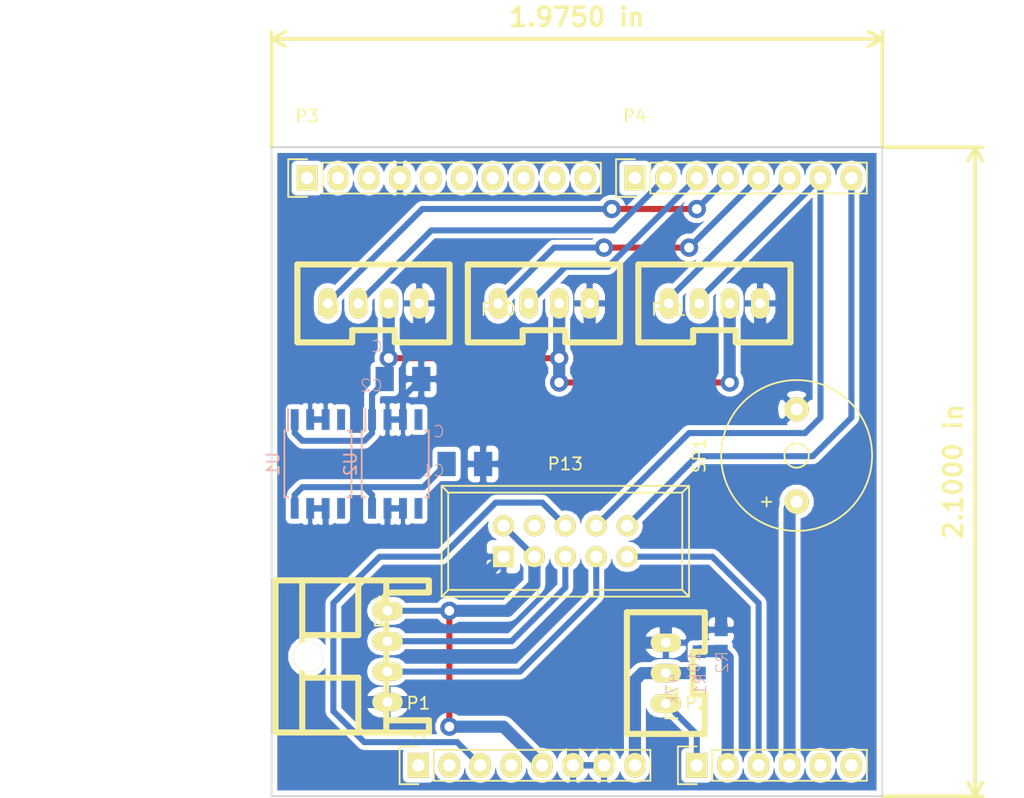
<source format=kicad_pcb>
(kicad_pcb (version 4) (host pcbnew 4.0.2-stable)

  (general
    (links 51)
    (no_connects 3)
    (area 126.797999 72.949999 177.113001 126.440001)
    (thickness 1.6)
    (drawings 24)
    (tracks 146)
    (zones 0)
    (modules 17)
    (nets 21)
  )

  (page A4)
  (title_block
    (date "lun. 30 mars 2015")
  )

  (layers
    (0 F.Cu signal)
    (31 B.Cu signal)
    (32 B.Adhes user)
    (33 F.Adhes user)
    (34 B.Paste user)
    (35 F.Paste user)
    (36 B.SilkS user)
    (37 F.SilkS user)
    (38 B.Mask user)
    (39 F.Mask user)
    (40 Dwgs.User user)
    (41 Cmts.User user)
    (42 Eco1.User user)
    (43 Eco2.User user)
    (44 Edge.Cuts user)
    (45 Margin user)
    (46 B.CrtYd user)
    (47 F.CrtYd user)
    (48 B.Fab user)
    (49 F.Fab user)
  )

  (setup
    (last_trace_width 0.5)
    (user_trace_width 0.5)
    (user_trace_width 1)
    (trace_clearance 0.25)
    (zone_clearance 0.4)
    (zone_45_only no)
    (trace_min 0.2)
    (segment_width 0.15)
    (edge_width 0.15)
    (via_size 0.6)
    (via_drill 0.4)
    (via_min_size 0.4)
    (via_min_drill 0.3)
    (user_via 1.5 0.8)
    (uvia_size 0.3)
    (uvia_drill 0.1)
    (uvias_allowed no)
    (uvia_min_size 0.2)
    (uvia_min_drill 0.1)
    (pcb_text_width 0.3)
    (pcb_text_size 1.5 1.5)
    (mod_edge_width 0.15)
    (mod_text_size 1 1)
    (mod_text_width 0.15)
    (pad_size 2.5 2.5)
    (pad_drill 2.5)
    (pad_to_mask_clearance 0)
    (aux_axis_origin 110.998 126.365)
    (grid_origin 110.998 126.365)
    (visible_elements 7FFFFFFF)
    (pcbplotparams
      (layerselection 0x01000_80000000)
      (usegerberextensions false)
      (excludeedgelayer true)
      (linewidth 0.100000)
      (plotframeref false)
      (viasonmask false)
      (mode 1)
      (useauxorigin false)
      (hpglpennumber 1)
      (hpglpenspeed 20)
      (hpglpendiameter 15)
      (hpglpenoverlay 2)
      (psnegative false)
      (psa4output false)
      (plotreference true)
      (plotvalue true)
      (plotinvisibletext false)
      (padsonsilk false)
      (subtractmaskfromsilk false)
      (outputformat 1)
      (mirror false)
      (drillshape 0)
      (scaleselection 1)
      (outputdirectory ""))
  )

  (net 0 "")
  (net 1 /Reset)
  (net 2 +5V)
  (net 3 GND)
  (net 4 /Vin)
  (net 5 /A0)
  (net 6 /A1)
  (net 7 "/A4(SDA)")
  (net 8 "/A5(SCL)")
  (net 9 "/6(**)")
  (net 10 "/5(**)")
  (net 11 /4)
  (net 12 "/3(**)")
  (net 13 /2)
  (net 14 "/1(Tx)")
  (net 15 "/0(Rx)")
  (net 16 USB_DM)
  (net 17 USB_DP)
  (net 18 /A2)
  (net 19 /A3)
  (net 20 5V_rerays)

  (net_class Default "This is the default net class."
    (clearance 0.25)
    (trace_width 0.25)
    (via_dia 0.6)
    (via_drill 0.4)
    (uvia_dia 0.3)
    (uvia_drill 0.1)
    (add_net +5V)
    (add_net "/0(Rx)")
    (add_net "/1(Tx)")
    (add_net /2)
    (add_net "/3(**)")
    (add_net /4)
    (add_net "/5(**)")
    (add_net "/6(**)")
    (add_net /A0)
    (add_net /A1)
    (add_net /A2)
    (add_net /A3)
    (add_net "/A4(SDA)")
    (add_net "/A5(SCL)")
    (add_net /Reset)
    (add_net /Vin)
    (add_net 5V_rerays)
    (add_net GND)
    (add_net USB_DM)
    (add_net USB_DP)
  )

  (module RP_KiCAD_Connector:XA_3T (layer F.Cu) (tedit 5704715B) (tstamp 570E7FA9)
    (at 159.258 118.745 90)
    (path /570D6FBC)
    (fp_text reference P12 (at 0 0.5 90) (layer F.SilkS)
      (effects (font (size 1 1) (thickness 0.15)))
    )
    (fp_text value CONN_01X03 (at 0 -0.5 90) (layer F.Fab)
      (effects (font (size 1 1) (thickness 0.15)))
    )
    (fp_line (start 0.75 2.2) (end 4.25 2.2) (layer F.SilkS) (width 0.5))
    (fp_line (start 4.25 2.2) (end 4.25 3.2) (layer F.SilkS) (width 0.5))
    (fp_line (start 4.25 3.2) (end 7.5 3.2) (layer F.SilkS) (width 0.5))
    (fp_line (start -2.5 3.2) (end 0.75 3.2) (layer F.SilkS) (width 0.5))
    (fp_line (start 0.75 3.2) (end 0.75 2.2) (layer F.SilkS) (width 0.5))
    (fp_line (start -2.5 -3.2) (end 7.5 -3.2) (layer F.SilkS) (width 0.5))
    (fp_line (start 7.5 -3.2) (end 7.5 3.2) (layer F.SilkS) (width 0.5))
    (fp_line (start -2.5 -3.2) (end -2.5 3.2) (layer F.SilkS) (width 0.5))
    (pad 3 thru_hole oval (at 0 0 90) (size 1.5 2.5) (drill 0.8) (layers *.Cu *.Mask F.SilkS)
      (net 5 /A0))
    (pad 2 thru_hole oval (at 2.5 0 90) (size 1.5 2.5) (drill 0.8) (layers *.Cu *.Mask F.SilkS)
      (net 4 /Vin))
    (pad 1 thru_hole oval (at 5 0 90) (size 1.5 2.5) (drill 0.8) (layers *.Cu *.Mask F.SilkS)
      (net 3 GND))
    (model conn_XA/XA_3T.wrl
      (at (xyz 0.1 0 0))
      (scale (xyz 4 4 4))
      (rotate (xyz -90 0 0))
    )
  )

  (module Connect:IDC_Header_Straight_10pins (layer F.Cu) (tedit 0) (tstamp 570E7FB7)
    (at 145.923 106.68)
    (descr "10 pins through hole IDC header")
    (tags "IDC header socket VASCH")
    (path /570D01D6)
    (fp_text reference P13 (at 5.08 -7.62) (layer F.SilkS)
      (effects (font (size 1 1) (thickness 0.15)))
    )
    (fp_text value CONN_02X05 (at 5.08 5.223) (layer F.Fab)
      (effects (font (size 1 1) (thickness 0.15)))
    )
    (fp_line (start -5.08 -5.82) (end 15.24 -5.82) (layer F.SilkS) (width 0.15))
    (fp_line (start -4.54 -5.27) (end 14.68 -5.27) (layer F.SilkS) (width 0.15))
    (fp_line (start -5.08 3.28) (end 15.24 3.28) (layer F.SilkS) (width 0.15))
    (fp_line (start -4.54 2.73) (end 2.83 2.73) (layer F.SilkS) (width 0.15))
    (fp_line (start 7.33 2.73) (end 14.68 2.73) (layer F.SilkS) (width 0.15))
    (fp_line (start 2.83 2.73) (end 2.83 3.28) (layer F.SilkS) (width 0.15))
    (fp_line (start 7.33 2.73) (end 7.33 3.28) (layer F.SilkS) (width 0.15))
    (fp_line (start -5.08 -5.82) (end -5.08 3.28) (layer F.SilkS) (width 0.15))
    (fp_line (start -4.54 -5.27) (end -4.54 2.73) (layer F.SilkS) (width 0.15))
    (fp_line (start 15.24 -5.82) (end 15.24 3.28) (layer F.SilkS) (width 0.15))
    (fp_line (start 14.68 -5.27) (end 14.68 2.73) (layer F.SilkS) (width 0.15))
    (fp_line (start -5.08 -5.82) (end -4.54 -5.27) (layer F.SilkS) (width 0.15))
    (fp_line (start 15.24 -5.82) (end 14.68 -5.27) (layer F.SilkS) (width 0.15))
    (fp_line (start -5.08 3.28) (end -4.54 2.73) (layer F.SilkS) (width 0.15))
    (fp_line (start 15.24 3.28) (end 14.68 2.73) (layer F.SilkS) (width 0.15))
    (fp_line (start -5.35 -6.05) (end 15.5 -6.05) (layer F.CrtYd) (width 0.05))
    (fp_line (start 15.5 -6.05) (end 15.5 3.55) (layer F.CrtYd) (width 0.05))
    (fp_line (start 15.5 3.55) (end -5.35 3.55) (layer F.CrtYd) (width 0.05))
    (fp_line (start -5.35 3.55) (end -5.35 -6.05) (layer F.CrtYd) (width 0.05))
    (pad 1 thru_hole rect (at 0 0) (size 1.7272 1.7272) (drill 1.016) (layers *.Cu *.Mask F.SilkS)
      (net 3 GND))
    (pad 2 thru_hole oval (at 0 -2.54) (size 1.7272 1.7272) (drill 1.016) (layers *.Cu *.Mask F.SilkS)
      (net 2 +5V))
    (pad 3 thru_hole oval (at 2.54 0) (size 1.7272 1.7272) (drill 1.016) (layers *.Cu *.Mask F.SilkS)
      (net 2 +5V))
    (pad 4 thru_hole oval (at 2.54 -2.54) (size 1.7272 1.7272) (drill 1.016) (layers *.Cu *.Mask F.SilkS))
    (pad 5 thru_hole oval (at 5.08 0) (size 1.7272 1.7272) (drill 1.016) (layers *.Cu *.Mask F.SilkS)
      (net 16 USB_DM))
    (pad 6 thru_hole oval (at 5.08 -2.54) (size 1.7272 1.7272) (drill 1.016) (layers *.Cu *.Mask F.SilkS)
      (net 1 /Reset))
    (pad 7 thru_hole oval (at 7.62 0) (size 1.7272 1.7272) (drill 1.016) (layers *.Cu *.Mask F.SilkS)
      (net 17 USB_DP))
    (pad 8 thru_hole oval (at 7.62 -2.54) (size 1.7272 1.7272) (drill 1.016) (layers *.Cu *.Mask F.SilkS)
      (net 14 "/1(Tx)"))
    (pad 9 thru_hole oval (at 10.16 0) (size 1.7272 1.7272) (drill 1.016) (layers *.Cu *.Mask F.SilkS)
      (net 18 /A2))
    (pad 10 thru_hole oval (at 10.16 -2.54) (size 1.7272 1.7272) (drill 1.016) (layers *.Cu *.Mask F.SilkS)
      (net 15 "/0(Rx)"))
    (model connectors/header_sockets/header_5x2.wrl
      (at (xyz 0.2 0.05 0))
      (scale (xyz 1 1 1))
      (rotate (xyz 0 0 0))
    )
  )

  (module RP_KiCAD_Connector:XA_4T (layer F.Cu) (tedit 57047150) (tstamp 570E7F92)
    (at 131.498 85.865)
    (path /570CCF45)
    (fp_text reference P9 (at 0 0.5) (layer F.SilkS)
      (effects (font (size 1 1) (thickness 0.15)))
    )
    (fp_text value CONN_01X04 (at 0 -0.5) (layer F.Fab)
      (effects (font (size 1 1) (thickness 0.15)))
    )
    (fp_line (start -2.5 3.2) (end 2 3.2) (layer F.SilkS) (width 0.5))
    (fp_line (start 2 3.2) (end 2 2.2) (layer F.SilkS) (width 0.5))
    (fp_line (start 2 2.2) (end 5.5 2.2) (layer F.SilkS) (width 0.5))
    (fp_line (start 5.5 2.2) (end 5.5 3.2) (layer F.SilkS) (width 0.5))
    (fp_line (start 5.5 3.2) (end 10 3.2) (layer F.SilkS) (width 0.5))
    (fp_line (start 10 -3.2) (end -2.5 -3.2) (layer F.SilkS) (width 0.5))
    (fp_line (start 10 3.2) (end 10 -3.2) (layer F.SilkS) (width 0.5))
    (fp_line (start -2.5 -3.2) (end -2.5 3.2) (layer F.SilkS) (width 0.5))
    (pad 4 thru_hole oval (at 0 0) (size 1.5 2.5) (drill 0.8) (layers *.Cu *.Mask F.SilkS)
      (net 11 /4))
    (pad 3 thru_hole oval (at 2.5 0) (size 1.5 2.5) (drill 0.8) (layers *.Cu *.Mask F.SilkS)
      (net 9 "/6(**)"))
    (pad 2 thru_hole oval (at 5 0) (size 1.5 2.5) (drill 0.8) (layers *.Cu *.Mask F.SilkS)
      (net 20 5V_rerays))
    (pad 1 thru_hole oval (at 7.5 0) (size 1.5 2.5) (drill 0.8) (layers *.Cu *.Mask F.SilkS)
      (net 3 GND))
    (model conn_XA/XA_4T.wrl
      (at (xyz 0.15 0 0))
      (scale (xyz 3.95 3.95 3.95))
      (rotate (xyz -90 0 0))
    )
  )

  (module RP_KiCAD_Connector:XA_4T (layer F.Cu) (tedit 57047150) (tstamp 570E7F9A)
    (at 145.498 85.865)
    (path /570CCE87)
    (fp_text reference P10 (at 0 0.5) (layer F.SilkS)
      (effects (font (size 1 1) (thickness 0.15)))
    )
    (fp_text value CONN_01X04 (at 0 -0.5) (layer F.Fab)
      (effects (font (size 1 1) (thickness 0.15)))
    )
    (fp_line (start -2.5 3.2) (end 2 3.2) (layer F.SilkS) (width 0.5))
    (fp_line (start 2 3.2) (end 2 2.2) (layer F.SilkS) (width 0.5))
    (fp_line (start 2 2.2) (end 5.5 2.2) (layer F.SilkS) (width 0.5))
    (fp_line (start 5.5 2.2) (end 5.5 3.2) (layer F.SilkS) (width 0.5))
    (fp_line (start 5.5 3.2) (end 10 3.2) (layer F.SilkS) (width 0.5))
    (fp_line (start 10 -3.2) (end -2.5 -3.2) (layer F.SilkS) (width 0.5))
    (fp_line (start 10 3.2) (end 10 -3.2) (layer F.SilkS) (width 0.5))
    (fp_line (start -2.5 -3.2) (end -2.5 3.2) (layer F.SilkS) (width 0.5))
    (pad 4 thru_hole oval (at 0 0) (size 1.5 2.5) (drill 0.8) (layers *.Cu *.Mask F.SilkS)
      (net 12 "/3(**)"))
    (pad 3 thru_hole oval (at 2.5 0) (size 1.5 2.5) (drill 0.8) (layers *.Cu *.Mask F.SilkS)
      (net 10 "/5(**)"))
    (pad 2 thru_hole oval (at 5 0) (size 1.5 2.5) (drill 0.8) (layers *.Cu *.Mask F.SilkS)
      (net 20 5V_rerays))
    (pad 1 thru_hole oval (at 7.5 0) (size 1.5 2.5) (drill 0.8) (layers *.Cu *.Mask F.SilkS)
      (net 3 GND))
    (model conn_XA/XA_4T.wrl
      (at (xyz 0.15 0 0))
      (scale (xyz 3.95 3.95 3.95))
      (rotate (xyz -90 0 0))
    )
  )

  (module RP_KiCAD_Connector:XA_4T (layer F.Cu) (tedit 57047150) (tstamp 570E7FA2)
    (at 159.498 85.865)
    (path /570CCEF4)
    (fp_text reference P11 (at 0 0.5) (layer F.SilkS)
      (effects (font (size 1 1) (thickness 0.15)))
    )
    (fp_text value CONN_01X04 (at 0 -0.5) (layer F.Fab)
      (effects (font (size 1 1) (thickness 0.15)))
    )
    (fp_line (start -2.5 3.2) (end 2 3.2) (layer F.SilkS) (width 0.5))
    (fp_line (start 2 3.2) (end 2 2.2) (layer F.SilkS) (width 0.5))
    (fp_line (start 2 2.2) (end 5.5 2.2) (layer F.SilkS) (width 0.5))
    (fp_line (start 5.5 2.2) (end 5.5 3.2) (layer F.SilkS) (width 0.5))
    (fp_line (start 5.5 3.2) (end 10 3.2) (layer F.SilkS) (width 0.5))
    (fp_line (start 10 -3.2) (end -2.5 -3.2) (layer F.SilkS) (width 0.5))
    (fp_line (start 10 3.2) (end 10 -3.2) (layer F.SilkS) (width 0.5))
    (fp_line (start -2.5 -3.2) (end -2.5 3.2) (layer F.SilkS) (width 0.5))
    (pad 4 thru_hole oval (at 0 0) (size 1.5 2.5) (drill 0.8) (layers *.Cu *.Mask F.SilkS)
      (net 13 /2))
    (pad 3 thru_hole oval (at 2.5 0) (size 1.5 2.5) (drill 0.8) (layers *.Cu *.Mask F.SilkS)
      (net 14 "/1(Tx)"))
    (pad 2 thru_hole oval (at 5 0) (size 1.5 2.5) (drill 0.8) (layers *.Cu *.Mask F.SilkS)
      (net 20 5V_rerays))
    (pad 1 thru_hole oval (at 7.5 0) (size 1.5 2.5) (drill 0.8) (layers *.Cu *.Mask F.SilkS)
      (net 3 GND))
    (model conn_XA/XA_4T.wrl
      (at (xyz 0.15 0 0))
      (scale (xyz 3.95 3.95 3.95))
      (rotate (xyz -90 0 0))
    )
  )

  (module RP_KiCAD_Connector:XA_4S (layer F.Cu) (tedit 572FF5B9) (tstamp 570E7FC0)
    (at 136.398 111.125 270)
    (path /570D0397)
    (fp_text reference P14 (at 0 0.5 270) (layer F.SilkS)
      (effects (font (size 1 1) (thickness 0.15)))
    )
    (fp_text value CONN_01X04 (at 0 -0.5 270) (layer F.Fab)
      (effects (font (size 1 1) (thickness 0.15)))
    )
    (fp_line (start 10 -3.4) (end 9 -3.4) (layer F.SilkS) (width 0.5))
    (fp_line (start 9 -3.4) (end 9 0.1) (layer F.SilkS) (width 0.5))
    (fp_line (start -2.5 -3.4) (end -1.5 -3.4) (layer F.SilkS) (width 0.5))
    (fp_line (start -1.5 -3.4) (end -1.5 0.1) (layer F.SilkS) (width 0.5))
    (fp_line (start 10 0.1) (end -2.5 0.1) (layer F.SilkS) (width 0.5))
    (fp_line (start 5.5 2.4) (end 10 2.4) (layer F.SilkS) (width 0.5))
    (fp_line (start 2 2.4) (end -2.5 2.4) (layer F.SilkS) (width 0.5))
    (fp_line (start 5.5 2.4) (end 5.5 7) (layer F.SilkS) (width 0.5))
    (fp_line (start 2 2.4) (end 2 7) (layer F.SilkS) (width 0.5))
    (fp_line (start -2.5 7) (end 10 7) (layer F.SilkS) (width 0.5))
    (fp_line (start 10 -3.4) (end 10 9.2) (layer F.SilkS) (width 0.5))
    (fp_line (start 10 9.2) (end -2.5 9.2) (layer F.SilkS) (width 0.5))
    (fp_line (start -2.5 -3.4) (end -2.5 9.2) (layer F.SilkS) (width 0.5))
    (pad 1 thru_hole oval (at 0 0 270) (size 1.5 2.5) (drill 0.8) (layers *.Cu *.Mask F.SilkS)
      (net 2 +5V))
    (pad 2 thru_hole oval (at 2.5 0 270) (size 1.5 2.5) (drill 0.8) (layers *.Cu *.Mask F.SilkS)
      (net 16 USB_DM))
    (pad 3 thru_hole oval (at 5 0 270) (size 1.5 2.5) (drill 0.8) (layers *.Cu *.Mask F.SilkS)
      (net 17 USB_DP))
    (pad 4 thru_hole oval (at 7.5 0 270) (size 1.5 2.5) (drill 0.8) (layers *.Cu *.Mask F.SilkS)
      (net 3 GND))
    (pad "" thru_hole circle (at 3.75 6.5 270) (size 2.5 2.5) (drill 2.5) (layers *.Cu *.Mask F.SilkS))
    (model conn_XA/XA_4S.wrl
      (at (xyz 0.15 -0.2 0))
      (scale (xyz 4 4 4))
      (rotate (xyz 0 0 180))
    )
  )

  (module Buzzers_Beepers:Buzzer_12x9.5RM7.6 (layer F.Cu) (tedit 544E361A) (tstamp 57280A5D)
    (at 169.998 98.365 90)
    (descr "Generic Buzzer, D12mm height 9.5mm with RM7.6mm")
    (tags buzzer)
    (path /571B040A)
    (fp_text reference SP1 (at 0 -8.001 90) (layer F.SilkS)
      (effects (font (size 1 1) (thickness 0.15)))
    )
    (fp_text value SPEAKER (at -1.00076 8.001 90) (layer F.Fab)
      (effects (font (size 1 1) (thickness 0.15)))
    )
    (fp_circle (center 0 0) (end 1.00076 0) (layer F.SilkS) (width 0.15))
    (fp_text user + (at -3.81 -2.54 90) (layer F.SilkS)
      (effects (font (size 1 1) (thickness 0.15)))
    )
    (fp_circle (center 0 0) (end 6.20014 0) (layer F.SilkS) (width 0.15))
    (pad 1 thru_hole circle (at -3.79984 0 90) (size 2 2) (drill 1.00076) (layers *.Cu *.Mask F.SilkS)
      (net 19 /A3))
    (pad 2 thru_hole circle (at 3.79984 0 90) (size 2 2) (drill 1.00076) (layers *.Cu *.Mask F.SilkS)
      (net 3 GND))
    (model Buzzers_Beepers.3dshapes/Buzzer_12x9.5RM7.6.wrl
      (at (xyz 0 0 0))
      (scale (xyz 4 4 4))
      (rotate (xyz 0 0 0))
    )
  )

  (module RP_KiCAD_Libs:C0603K (layer B.Cu) (tedit 0) (tstamp 572DD528)
    (at 161.998 115.365 90)
    (descr "<b>Ceramic Chip Capacitor KEMET 0603 reflow solder</b><p>\nMetric Code Size 1608")
    (path /572DD516)
    (fp_text reference R1 (at -0.8 0.65 90) (layer B.SilkS)
      (effects (font (size 0.9652 0.9652) (thickness 0.08128)) (justify left bottom mirror))
    )
    (fp_text value 47k (at -0.8 -1.65 90) (layer B.SilkS)
      (effects (font (size 0.9652 0.9652) (thickness 0.08128)) (justify left bottom mirror))
    )
    (fp_line (start -0.725 0.35) (end 0.725 0.35) (layer Dwgs.User) (width 0.1016))
    (fp_line (start 0.725 -0.35) (end -0.725 -0.35) (layer Dwgs.User) (width 0.1016))
    (fp_poly (pts (xy -0.8 -0.4) (xy -0.45 -0.4) (xy -0.45 0.4) (xy -0.8 0.4)) (layer Dwgs.User) (width 0))
    (fp_poly (pts (xy 0.45 -0.4) (xy 0.8 -0.4) (xy 0.8 0.4) (xy 0.45 0.4)) (layer Dwgs.User) (width 0))
    (pad 1 smd rect (at -0.875 0 90) (size 1.05 1.08) (layers B.Cu B.Paste B.Mask)
      (net 4 /Vin))
    (pad 2 smd rect (at 0.875 0 90) (size 1.05 1.08) (layers B.Cu B.Paste B.Mask)
      (net 6 /A1))
    (model Resistors_SMD.3dshapes/R_0603.wrl
      (at (xyz 0 0 0))
      (scale (xyz 1 1 1))
      (rotate (xyz 0 0 0))
    )
  )

  (module RP_KiCAD_Libs:C0603K (layer B.Cu) (tedit 0) (tstamp 572DD52E)
    (at 163.798 113.565 90)
    (descr "<b>Ceramic Chip Capacitor KEMET 0603 reflow solder</b><p>\nMetric Code Size 1608")
    (path /572DD709)
    (fp_text reference R2 (at -0.8 0.65 90) (layer B.SilkS)
      (effects (font (size 0.9652 0.9652) (thickness 0.08128)) (justify left bottom mirror))
    )
    (fp_text value 10k (at -0.8 -1.65 90) (layer B.SilkS)
      (effects (font (size 0.9652 0.9652) (thickness 0.08128)) (justify left bottom mirror))
    )
    (fp_line (start -0.725 0.35) (end 0.725 0.35) (layer Dwgs.User) (width 0.1016))
    (fp_line (start 0.725 -0.35) (end -0.725 -0.35) (layer Dwgs.User) (width 0.1016))
    (fp_poly (pts (xy -0.8 -0.4) (xy -0.45 -0.4) (xy -0.45 0.4) (xy -0.8 0.4)) (layer Dwgs.User) (width 0))
    (fp_poly (pts (xy 0.45 -0.4) (xy 0.8 -0.4) (xy 0.8 0.4) (xy 0.45 0.4)) (layer Dwgs.User) (width 0))
    (pad 1 smd rect (at -0.875 0 90) (size 1.05 1.08) (layers B.Cu B.Paste B.Mask)
      (net 6 /A1))
    (pad 2 smd rect (at 0.875 0 90) (size 1.05 1.08) (layers B.Cu B.Paste B.Mask)
      (net 3 GND))
    (model Resistors_SMD.3dshapes/R_0603.wrl
      (at (xyz 0 0 0))
      (scale (xyz 1 1 1))
      (rotate (xyz 0 0 0))
    )
  )

  (module Socket_Strips:Socket_Strip_Straight_1x08 locked (layer F.Cu) (tedit 0) (tstamp 572DD5AF)
    (at 138.938 123.825)
    (descr "Through hole socket strip")
    (tags "socket strip")
    (path /5517C2C1)
    (fp_text reference P1 (at 0 -5.1) (layer F.SilkS)
      (effects (font (size 1 1) (thickness 0.15)))
    )
    (fp_text value Power (at 0 -3.1) (layer F.Fab)
      (effects (font (size 1 1) (thickness 0.15)))
    )
    (fp_line (start -1.75 -1.75) (end -1.75 1.75) (layer F.CrtYd) (width 0.05))
    (fp_line (start 19.55 -1.75) (end 19.55 1.75) (layer F.CrtYd) (width 0.05))
    (fp_line (start -1.75 -1.75) (end 19.55 -1.75) (layer F.CrtYd) (width 0.05))
    (fp_line (start -1.75 1.75) (end 19.55 1.75) (layer F.CrtYd) (width 0.05))
    (fp_line (start 1.27 1.27) (end 19.05 1.27) (layer F.SilkS) (width 0.15))
    (fp_line (start 19.05 1.27) (end 19.05 -1.27) (layer F.SilkS) (width 0.15))
    (fp_line (start 19.05 -1.27) (end 1.27 -1.27) (layer F.SilkS) (width 0.15))
    (fp_line (start -1.55 1.55) (end 0 1.55) (layer F.SilkS) (width 0.15))
    (fp_line (start 1.27 1.27) (end 1.27 -1.27) (layer F.SilkS) (width 0.15))
    (fp_line (start 0 -1.55) (end -1.55 -1.55) (layer F.SilkS) (width 0.15))
    (fp_line (start -1.55 -1.55) (end -1.55 1.55) (layer F.SilkS) (width 0.15))
    (pad 1 thru_hole rect (at 0 0) (size 1.7272 2.032) (drill 1.016) (layers *.Cu *.Mask F.SilkS))
    (pad 2 thru_hole oval (at 2.54 0) (size 1.7272 2.032) (drill 1.016) (layers *.Cu *.Mask F.SilkS))
    (pad 3 thru_hole oval (at 5.08 0) (size 1.7272 2.032) (drill 1.016) (layers *.Cu *.Mask F.SilkS)
      (net 1 /Reset))
    (pad 4 thru_hole oval (at 7.62 0) (size 1.7272 2.032) (drill 1.016) (layers *.Cu *.Mask F.SilkS))
    (pad 5 thru_hole oval (at 10.16 0) (size 1.7272 2.032) (drill 1.016) (layers *.Cu *.Mask F.SilkS)
      (net 2 +5V))
    (pad 6 thru_hole oval (at 12.7 0) (size 1.7272 2.032) (drill 1.016) (layers *.Cu *.Mask F.SilkS)
      (net 3 GND))
    (pad 7 thru_hole oval (at 15.24 0) (size 1.7272 2.032) (drill 1.016) (layers *.Cu *.Mask F.SilkS)
      (net 3 GND))
    (pad 8 thru_hole oval (at 17.78 0) (size 1.7272 2.032) (drill 1.016) (layers *.Cu *.Mask F.SilkS)
      (net 4 /Vin))
    (model Socket_Strips.3dshapes/Socket_Strip_Straight_1x08.wrl
      (at (xyz 0.35 0 0))
      (scale (xyz 1 1 1))
      (rotate (xyz 0 0 180))
    )
  )

  (module Socket_Strips:Socket_Strip_Straight_1x06 locked (layer F.Cu) (tedit 0) (tstamp 572DD5BA)
    (at 161.798 123.825)
    (descr "Through hole socket strip")
    (tags "socket strip")
    (path /5517C323)
    (fp_text reference P2 (at 0 -5.1) (layer F.SilkS)
      (effects (font (size 1 1) (thickness 0.15)))
    )
    (fp_text value Analog (at 0 -3.1) (layer F.Fab)
      (effects (font (size 1 1) (thickness 0.15)))
    )
    (fp_line (start -1.75 -1.75) (end -1.75 1.75) (layer F.CrtYd) (width 0.05))
    (fp_line (start 14.45 -1.75) (end 14.45 1.75) (layer F.CrtYd) (width 0.05))
    (fp_line (start -1.75 -1.75) (end 14.45 -1.75) (layer F.CrtYd) (width 0.05))
    (fp_line (start -1.75 1.75) (end 14.45 1.75) (layer F.CrtYd) (width 0.05))
    (fp_line (start 1.27 1.27) (end 13.97 1.27) (layer F.SilkS) (width 0.15))
    (fp_line (start 13.97 1.27) (end 13.97 -1.27) (layer F.SilkS) (width 0.15))
    (fp_line (start 13.97 -1.27) (end 1.27 -1.27) (layer F.SilkS) (width 0.15))
    (fp_line (start -1.55 1.55) (end 0 1.55) (layer F.SilkS) (width 0.15))
    (fp_line (start 1.27 1.27) (end 1.27 -1.27) (layer F.SilkS) (width 0.15))
    (fp_line (start 0 -1.55) (end -1.55 -1.55) (layer F.SilkS) (width 0.15))
    (fp_line (start -1.55 -1.55) (end -1.55 1.55) (layer F.SilkS) (width 0.15))
    (pad 1 thru_hole rect (at 0 0) (size 1.7272 2.032) (drill 1.016) (layers *.Cu *.Mask F.SilkS)
      (net 5 /A0))
    (pad 2 thru_hole oval (at 2.54 0) (size 1.7272 2.032) (drill 1.016) (layers *.Cu *.Mask F.SilkS)
      (net 6 /A1))
    (pad 3 thru_hole oval (at 5.08 0) (size 1.7272 2.032) (drill 1.016) (layers *.Cu *.Mask F.SilkS)
      (net 18 /A2))
    (pad 4 thru_hole oval (at 7.62 0) (size 1.7272 2.032) (drill 1.016) (layers *.Cu *.Mask F.SilkS)
      (net 19 /A3))
    (pad 5 thru_hole oval (at 10.16 0) (size 1.7272 2.032) (drill 1.016) (layers *.Cu *.Mask F.SilkS)
      (net 7 "/A4(SDA)"))
    (pad 6 thru_hole oval (at 12.7 0) (size 1.7272 2.032) (drill 1.016) (layers *.Cu *.Mask F.SilkS)
      (net 8 "/A5(SCL)"))
    (model Socket_Strips.3dshapes/Socket_Strip_Straight_1x06.wrl
      (at (xyz 0.25 0 0))
      (scale (xyz 1 1 1))
      (rotate (xyz 0 0 180))
    )
  )

  (module Socket_Strips:Socket_Strip_Straight_1x10 locked (layer F.Cu) (tedit 0) (tstamp 572DD5C3)
    (at 129.794 75.565)
    (descr "Through hole socket strip")
    (tags "socket strip")
    (path /5517C46C)
    (fp_text reference P3 (at 0 -5.1) (layer F.SilkS)
      (effects (font (size 1 1) (thickness 0.15)))
    )
    (fp_text value Digital (at 0 -3.1) (layer F.Fab)
      (effects (font (size 1 1) (thickness 0.15)))
    )
    (fp_line (start -1.75 -1.75) (end -1.75 1.75) (layer F.CrtYd) (width 0.05))
    (fp_line (start 24.65 -1.75) (end 24.65 1.75) (layer F.CrtYd) (width 0.05))
    (fp_line (start -1.75 -1.75) (end 24.65 -1.75) (layer F.CrtYd) (width 0.05))
    (fp_line (start -1.75 1.75) (end 24.65 1.75) (layer F.CrtYd) (width 0.05))
    (fp_line (start 1.27 1.27) (end 24.13 1.27) (layer F.SilkS) (width 0.15))
    (fp_line (start 24.13 1.27) (end 24.13 -1.27) (layer F.SilkS) (width 0.15))
    (fp_line (start 24.13 -1.27) (end 1.27 -1.27) (layer F.SilkS) (width 0.15))
    (fp_line (start -1.55 1.55) (end 0 1.55) (layer F.SilkS) (width 0.15))
    (fp_line (start 1.27 1.27) (end 1.27 -1.27) (layer F.SilkS) (width 0.15))
    (fp_line (start 0 -1.55) (end -1.55 -1.55) (layer F.SilkS) (width 0.15))
    (fp_line (start -1.55 -1.55) (end -1.55 1.55) (layer F.SilkS) (width 0.15))
    (pad 1 thru_hole rect (at 0 0) (size 1.7272 2.032) (drill 1.016) (layers *.Cu *.Mask F.SilkS)
      (net 8 "/A5(SCL)"))
    (pad 2 thru_hole oval (at 2.54 0) (size 1.7272 2.032) (drill 1.016) (layers *.Cu *.Mask F.SilkS)
      (net 7 "/A4(SDA)"))
    (pad 3 thru_hole oval (at 5.08 0) (size 1.7272 2.032) (drill 1.016) (layers *.Cu *.Mask F.SilkS))
    (pad 4 thru_hole oval (at 7.62 0) (size 1.7272 2.032) (drill 1.016) (layers *.Cu *.Mask F.SilkS)
      (net 3 GND))
    (pad 5 thru_hole oval (at 10.16 0) (size 1.7272 2.032) (drill 1.016) (layers *.Cu *.Mask F.SilkS))
    (pad 6 thru_hole oval (at 12.7 0) (size 1.7272 2.032) (drill 1.016) (layers *.Cu *.Mask F.SilkS))
    (pad 7 thru_hole oval (at 15.24 0) (size 1.7272 2.032) (drill 1.016) (layers *.Cu *.Mask F.SilkS))
    (pad 8 thru_hole oval (at 17.78 0) (size 1.7272 2.032) (drill 1.016) (layers *.Cu *.Mask F.SilkS))
    (pad 9 thru_hole oval (at 20.32 0) (size 1.7272 2.032) (drill 1.016) (layers *.Cu *.Mask F.SilkS))
    (pad 10 thru_hole oval (at 22.86 0) (size 1.7272 2.032) (drill 1.016) (layers *.Cu *.Mask F.SilkS))
    (model Socket_Strips.3dshapes/Socket_Strip_Straight_1x10.wrl
      (at (xyz 0.45 0 0))
      (scale (xyz 1 1 1))
      (rotate (xyz 0 0 180))
    )
  )

  (module Socket_Strips:Socket_Strip_Straight_1x08 locked (layer F.Cu) (tedit 0) (tstamp 572DD5D0)
    (at 156.718 75.565)
    (descr "Through hole socket strip")
    (tags "socket strip")
    (path /5517C366)
    (fp_text reference P4 (at 0 -5.1) (layer F.SilkS)
      (effects (font (size 1 1) (thickness 0.15)))
    )
    (fp_text value Digital (at 0 -3.1) (layer F.Fab)
      (effects (font (size 1 1) (thickness 0.15)))
    )
    (fp_line (start -1.75 -1.75) (end -1.75 1.75) (layer F.CrtYd) (width 0.05))
    (fp_line (start 19.55 -1.75) (end 19.55 1.75) (layer F.CrtYd) (width 0.05))
    (fp_line (start -1.75 -1.75) (end 19.55 -1.75) (layer F.CrtYd) (width 0.05))
    (fp_line (start -1.75 1.75) (end 19.55 1.75) (layer F.CrtYd) (width 0.05))
    (fp_line (start 1.27 1.27) (end 19.05 1.27) (layer F.SilkS) (width 0.15))
    (fp_line (start 19.05 1.27) (end 19.05 -1.27) (layer F.SilkS) (width 0.15))
    (fp_line (start 19.05 -1.27) (end 1.27 -1.27) (layer F.SilkS) (width 0.15))
    (fp_line (start -1.55 1.55) (end 0 1.55) (layer F.SilkS) (width 0.15))
    (fp_line (start 1.27 1.27) (end 1.27 -1.27) (layer F.SilkS) (width 0.15))
    (fp_line (start 0 -1.55) (end -1.55 -1.55) (layer F.SilkS) (width 0.15))
    (fp_line (start -1.55 -1.55) (end -1.55 1.55) (layer F.SilkS) (width 0.15))
    (pad 1 thru_hole rect (at 0 0) (size 1.7272 2.032) (drill 1.016) (layers *.Cu *.Mask F.SilkS))
    (pad 2 thru_hole oval (at 2.54 0) (size 1.7272 2.032) (drill 1.016) (layers *.Cu *.Mask F.SilkS)
      (net 9 "/6(**)"))
    (pad 3 thru_hole oval (at 5.08 0) (size 1.7272 2.032) (drill 1.016) (layers *.Cu *.Mask F.SilkS)
      (net 10 "/5(**)"))
    (pad 4 thru_hole oval (at 7.62 0) (size 1.7272 2.032) (drill 1.016) (layers *.Cu *.Mask F.SilkS)
      (net 11 /4))
    (pad 5 thru_hole oval (at 10.16 0) (size 1.7272 2.032) (drill 1.016) (layers *.Cu *.Mask F.SilkS)
      (net 12 "/3(**)"))
    (pad 6 thru_hole oval (at 12.7 0) (size 1.7272 2.032) (drill 1.016) (layers *.Cu *.Mask F.SilkS)
      (net 13 /2))
    (pad 7 thru_hole oval (at 15.24 0) (size 1.7272 2.032) (drill 1.016) (layers *.Cu *.Mask F.SilkS)
      (net 14 "/1(Tx)"))
    (pad 8 thru_hole oval (at 17.78 0) (size 1.7272 2.032) (drill 1.016) (layers *.Cu *.Mask F.SilkS)
      (net 15 "/0(Rx)"))
    (model Socket_Strips.3dshapes/Socket_Strip_Straight_1x08.wrl
      (at (xyz 0.35 0 0))
      (scale (xyz 1 1 1))
      (rotate (xyz 0 0 180))
    )
  )

  (module RP_KiCAD_Libs:C1206K (layer B.Cu) (tedit 0) (tstamp 57691B9B)
    (at 142.748 99.06)
    (descr "<b>Ceramic Chip Capacitor KEMET 1206 reflow solder</b><p>\nMetric Code Size 3216")
    (path /57691EB1)
    (fp_text reference C1 (at -1.6 1.1) (layer B.SilkS)
      (effects (font (size 0.9652 0.9652) (thickness 0.08128)) (justify left bottom mirror))
    )
    (fp_text value C (at -1.6 -2.1) (layer B.SilkS)
      (effects (font (size 0.9652 0.9652) (thickness 0.08128)) (justify left bottom mirror))
    )
    (fp_line (start -1.525 0.75) (end 1.525 0.75) (layer Dwgs.User) (width 0.1016))
    (fp_line (start 1.525 -0.75) (end -1.525 -0.75) (layer Dwgs.User) (width 0.1016))
    (fp_poly (pts (xy -1.6 -0.8) (xy -1.1 -0.8) (xy -1.1 0.8) (xy -1.6 0.8)) (layer Dwgs.User) (width 0))
    (fp_poly (pts (xy 1.1 -0.8) (xy 1.6 -0.8) (xy 1.6 0.8) (xy 1.1 0.8)) (layer Dwgs.User) (width 0))
    (pad 1 smd rect (at -1.5 0) (size 1.5 2) (layers B.Cu B.Paste B.Mask)
      (net 4 /Vin))
    (pad 2 smd rect (at 1.5 0) (size 1.5 2) (layers B.Cu B.Paste B.Mask)
      (net 3 GND))
    (model Resistors_SMD.3dshapes/R_1206.wrl
      (at (xyz 0 0 0))
      (scale (xyz 1 1 1))
      (rotate (xyz 0 0 0))
    )
  )

  (module RP_KiCAD_Libs:C1206K (layer B.Cu) (tedit 0) (tstamp 57691BA1)
    (at 137.668 92.075)
    (descr "<b>Ceramic Chip Capacitor KEMET 1206 reflow solder</b><p>\nMetric Code Size 3216")
    (path /57691F24)
    (fp_text reference C2 (at -1.6 1.1) (layer B.SilkS)
      (effects (font (size 0.9652 0.9652) (thickness 0.08128)) (justify left bottom mirror))
    )
    (fp_text value C (at -1.6 -2.1) (layer B.SilkS)
      (effects (font (size 0.9652 0.9652) (thickness 0.08128)) (justify left bottom mirror))
    )
    (fp_line (start -1.525 0.75) (end 1.525 0.75) (layer Dwgs.User) (width 0.1016))
    (fp_line (start 1.525 -0.75) (end -1.525 -0.75) (layer Dwgs.User) (width 0.1016))
    (fp_poly (pts (xy -1.6 -0.8) (xy -1.1 -0.8) (xy -1.1 0.8) (xy -1.6 0.8)) (layer Dwgs.User) (width 0))
    (fp_poly (pts (xy 1.1 -0.8) (xy 1.6 -0.8) (xy 1.6 0.8) (xy 1.1 0.8)) (layer Dwgs.User) (width 0))
    (pad 1 smd rect (at -1.5 0) (size 1.5 2) (layers B.Cu B.Paste B.Mask)
      (net 20 5V_rerays))
    (pad 2 smd rect (at 1.5 0) (size 1.5 2) (layers B.Cu B.Paste B.Mask)
      (net 3 GND))
    (model Resistors_SMD.3dshapes/R_1206.wrl
      (at (xyz 0 0 0))
      (scale (xyz 1 1 1))
      (rotate (xyz 0 0 0))
    )
  )

  (module Housings_SOIC:SOIJ-8_5.3x5.3mm_Pitch1.27mm (layer B.Cu) (tedit 54130A77) (tstamp 57691CF4)
    (at 130.683 99.06 270)
    (descr "8-Lead Plastic Small Outline (SM) - Medium, 5.28 mm Body [SOIC] (see Microchip Packaging Specification 00000049BS.pdf)")
    (tags "SOIC 1.27")
    (path /57692F76)
    (attr smd)
    (fp_text reference U1 (at 0 3.68 270) (layer B.SilkS)
      (effects (font (size 1 1) (thickness 0.15)) (justify mirror))
    )
    (fp_text value MC78L05ACD (at 0 -3.68 270) (layer B.Fab)
      (effects (font (size 1 1) (thickness 0.15)) (justify mirror))
    )
    (fp_line (start -4.75 2.95) (end -4.75 -2.95) (layer B.CrtYd) (width 0.05))
    (fp_line (start 4.75 2.95) (end 4.75 -2.95) (layer B.CrtYd) (width 0.05))
    (fp_line (start -4.75 2.95) (end 4.75 2.95) (layer B.CrtYd) (width 0.05))
    (fp_line (start -4.75 -2.95) (end 4.75 -2.95) (layer B.CrtYd) (width 0.05))
    (fp_line (start -2.75 2.755) (end -2.75 2.455) (layer B.SilkS) (width 0.15))
    (fp_line (start 2.75 2.755) (end 2.75 2.455) (layer B.SilkS) (width 0.15))
    (fp_line (start 2.75 -2.755) (end 2.75 -2.455) (layer B.SilkS) (width 0.15))
    (fp_line (start -2.75 -2.755) (end -2.75 -2.455) (layer B.SilkS) (width 0.15))
    (fp_line (start -2.75 2.755) (end 2.75 2.755) (layer B.SilkS) (width 0.15))
    (fp_line (start -2.75 -2.755) (end 2.75 -2.755) (layer B.SilkS) (width 0.15))
    (fp_line (start -2.75 2.455) (end -4.5 2.455) (layer B.SilkS) (width 0.15))
    (pad 1 smd rect (at -3.65 1.905 270) (size 1.7 0.65) (layers B.Cu B.Paste B.Mask)
      (net 20 5V_rerays))
    (pad 2 smd rect (at -3.65 0.635 270) (size 1.7 0.65) (layers B.Cu B.Paste B.Mask)
      (net 3 GND))
    (pad 3 smd rect (at -3.65 -0.635 270) (size 1.7 0.65) (layers B.Cu B.Paste B.Mask)
      (net 3 GND))
    (pad 4 smd rect (at -3.65 -1.905 270) (size 1.7 0.65) (layers B.Cu B.Paste B.Mask))
    (pad 5 smd rect (at 3.65 -1.905 270) (size 1.7 0.65) (layers B.Cu B.Paste B.Mask))
    (pad 6 smd rect (at 3.65 -0.635 270) (size 1.7 0.65) (layers B.Cu B.Paste B.Mask)
      (net 3 GND))
    (pad 7 smd rect (at 3.65 0.635 270) (size 1.7 0.65) (layers B.Cu B.Paste B.Mask)
      (net 3 GND))
    (pad 8 smd rect (at 3.65 1.905 270) (size 1.7 0.65) (layers B.Cu B.Paste B.Mask)
      (net 4 /Vin))
    (model Housings_SOIC.3dshapes/SOIJ-8_5.3x5.3mm_Pitch1.27mm.wrl
      (at (xyz 0 0 0))
      (scale (xyz 1 1 1))
      (rotate (xyz 0 0 0))
    )
  )

  (module Housings_SOIC:SOIJ-8_5.3x5.3mm_Pitch1.27mm (layer B.Cu) (tedit 54130A77) (tstamp 57691D92)
    (at 137.033 99.06 270)
    (descr "8-Lead Plastic Small Outline (SM) - Medium, 5.28 mm Body [SOIC] (see Microchip Packaging Specification 00000049BS.pdf)")
    (tags "SOIC 1.27")
    (path /576937A1)
    (attr smd)
    (fp_text reference U2 (at 0 3.68 270) (layer B.SilkS)
      (effects (font (size 1 1) (thickness 0.15)) (justify mirror))
    )
    (fp_text value MC78L05ACD (at 0 -3.68 270) (layer B.Fab)
      (effects (font (size 1 1) (thickness 0.15)) (justify mirror))
    )
    (fp_line (start -4.75 2.95) (end -4.75 -2.95) (layer B.CrtYd) (width 0.05))
    (fp_line (start 4.75 2.95) (end 4.75 -2.95) (layer B.CrtYd) (width 0.05))
    (fp_line (start -4.75 2.95) (end 4.75 2.95) (layer B.CrtYd) (width 0.05))
    (fp_line (start -4.75 -2.95) (end 4.75 -2.95) (layer B.CrtYd) (width 0.05))
    (fp_line (start -2.75 2.755) (end -2.75 2.455) (layer B.SilkS) (width 0.15))
    (fp_line (start 2.75 2.755) (end 2.75 2.455) (layer B.SilkS) (width 0.15))
    (fp_line (start 2.75 -2.755) (end 2.75 -2.455) (layer B.SilkS) (width 0.15))
    (fp_line (start -2.75 -2.755) (end -2.75 -2.455) (layer B.SilkS) (width 0.15))
    (fp_line (start -2.75 2.755) (end 2.75 2.755) (layer B.SilkS) (width 0.15))
    (fp_line (start -2.75 -2.755) (end 2.75 -2.755) (layer B.SilkS) (width 0.15))
    (fp_line (start -2.75 2.455) (end -4.5 2.455) (layer B.SilkS) (width 0.15))
    (pad 1 smd rect (at -3.65 1.905 270) (size 1.7 0.65) (layers B.Cu B.Paste B.Mask)
      (net 20 5V_rerays))
    (pad 2 smd rect (at -3.65 0.635 270) (size 1.7 0.65) (layers B.Cu B.Paste B.Mask)
      (net 3 GND))
    (pad 3 smd rect (at -3.65 -0.635 270) (size 1.7 0.65) (layers B.Cu B.Paste B.Mask)
      (net 3 GND))
    (pad 4 smd rect (at -3.65 -1.905 270) (size 1.7 0.65) (layers B.Cu B.Paste B.Mask))
    (pad 5 smd rect (at 3.65 -1.905 270) (size 1.7 0.65) (layers B.Cu B.Paste B.Mask))
    (pad 6 smd rect (at 3.65 -0.635 270) (size 1.7 0.65) (layers B.Cu B.Paste B.Mask)
      (net 3 GND))
    (pad 7 smd rect (at 3.65 0.635 270) (size 1.7 0.65) (layers B.Cu B.Paste B.Mask)
      (net 3 GND))
    (pad 8 smd rect (at 3.65 1.905 270) (size 1.7 0.65) (layers B.Cu B.Paste B.Mask)
      (net 4 /Vin))
    (model Housings_SOIC.3dshapes/SOIJ-8_5.3x5.3mm_Pitch1.27mm.wrl
      (at (xyz 0 0 0))
      (scale (xyz 1 1 1))
      (rotate (xyz 0 0 0))
    )
  )

  (dimension 50.165 (width 0.3) (layer F.SilkS)
    (gr_text "50.165 mm" (at 151.9555 62.785) (layer F.SilkS)
      (effects (font (size 1.5 1.5) (thickness 0.3)))
    )
    (feature1 (pts (xy 177.038 73.025) (xy 177.038 61.435)))
    (feature2 (pts (xy 126.873 73.025) (xy 126.873 61.435)))
    (crossbar (pts (xy 126.873 64.135) (xy 177.038 64.135)))
    (arrow1a (pts (xy 177.038 64.135) (xy 175.911496 64.721421)))
    (arrow1b (pts (xy 177.038 64.135) (xy 175.911496 63.548579)))
    (arrow2a (pts (xy 126.873 64.135) (xy 127.999504 64.721421)))
    (arrow2b (pts (xy 126.873 64.135) (xy 127.999504 63.548579)))
  )
  (dimension 53.34 (width 0.3) (layer F.SilkS)
    (gr_text "53.340 mm" (at 186.008 99.695 270) (layer F.SilkS)
      (effects (font (size 1.5 1.5) (thickness 0.3)))
    )
    (feature1 (pts (xy 177.038 126.365) (xy 187.358 126.365)))
    (feature2 (pts (xy 177.038 73.025) (xy 187.358 73.025)))
    (crossbar (pts (xy 184.658 73.025) (xy 184.658 126.365)))
    (arrow1a (pts (xy 184.658 126.365) (xy 184.071579 125.238496)))
    (arrow1b (pts (xy 184.658 126.365) (xy 185.244421 125.238496)))
    (arrow2a (pts (xy 184.658 73.025) (xy 184.071579 74.151504)))
    (arrow2b (pts (xy 184.658 73.025) (xy 185.244421 74.151504)))
  )
  (gr_line (start 126.873 126.365) (end 126.873 73.025) (angle 90) (layer Edge.Cuts) (width 0.15))
  (gr_line (start 177.038 126.365) (end 126.873 126.365) (angle 90) (layer Edge.Cuts) (width 0.15))
  (gr_line (start 177.038 73.025) (end 177.038 126.365) (angle 90) (layer Edge.Cuts) (width 0.15))
  (gr_line (start 126.873 73.025) (end 177.038 73.025) (angle 90) (layer Edge.Cuts) (width 0.15))
  (gr_text 1 (at 138.938 121.285 90) (layer F.SilkS)
    (effects (font (size 1 1) (thickness 0.15)))
  )
  (gr_circle (center 117.348 76.962) (end 118.618 76.962) (layer Dwgs.User) (width 0.15))
  (gr_line (start 114.427 78.994) (end 114.427 74.93) (angle 90) (layer Dwgs.User) (width 0.15))
  (gr_line (start 120.269 78.994) (end 114.427 78.994) (angle 90) (layer Dwgs.User) (width 0.15))
  (gr_line (start 120.269 74.93) (end 120.269 78.994) (angle 90) (layer Dwgs.User) (width 0.15))
  (gr_line (start 114.427 74.93) (end 120.269 74.93) (angle 90) (layer Dwgs.User) (width 0.15))
  (gr_line (start 120.523 93.98) (end 104.648 93.98) (angle 90) (layer Dwgs.User) (width 0.15))
  (gr_line (start 173.355 102.235) (end 173.355 94.615) (angle 90) (layer Dwgs.User) (width 0.15))
  (gr_line (start 178.435 102.235) (end 173.355 102.235) (angle 90) (layer Dwgs.User) (width 0.15))
  (gr_line (start 178.435 94.615) (end 178.435 102.235) (angle 90) (layer Dwgs.User) (width 0.15))
  (gr_line (start 173.355 94.615) (end 178.435 94.615) (angle 90) (layer Dwgs.User) (width 0.15))
  (gr_line (start 109.093 123.19) (end 109.093 114.3) (angle 90) (layer Dwgs.User) (width 0.15))
  (gr_line (start 122.428 123.19) (end 109.093 123.19) (angle 90) (layer Dwgs.User) (width 0.15))
  (gr_line (start 122.428 114.3) (end 122.428 123.19) (angle 90) (layer Dwgs.User) (width 0.15))
  (gr_line (start 109.093 114.3) (end 122.428 114.3) (angle 90) (layer Dwgs.User) (width 0.15))
  (gr_line (start 104.648 93.98) (end 104.648 82.55) (angle 90) (layer Dwgs.User) (width 0.15))
  (gr_line (start 120.523 82.55) (end 120.523 93.98) (angle 90) (layer Dwgs.User) (width 0.15))
  (gr_line (start 104.648 82.55) (end 120.523 82.55) (angle 90) (layer Dwgs.User) (width 0.15))

  (segment (start 151.003 104.14) (end 149.098 102.235) (width 0.5) (layer B.Cu) (net 1))
  (segment (start 142.113 121.92) (end 144.018 123.825) (width 0.5) (layer B.Cu) (net 1) (tstamp 57691D5F))
  (segment (start 134.493 121.92) (end 142.113 121.92) (width 0.5) (layer B.Cu) (net 1) (tstamp 57691D5D))
  (segment (start 131.953 119.38) (end 134.493 121.92) (width 0.5) (layer B.Cu) (net 1) (tstamp 57691D5C))
  (segment (start 131.953 110.49) (end 131.953 119.38) (width 0.5) (layer B.Cu) (net 1) (tstamp 57691D5A))
  (segment (start 135.763 106.68) (end 131.953 110.49) (width 0.5) (layer B.Cu) (net 1) (tstamp 57691D58))
  (segment (start 140.843 106.68) (end 135.763 106.68) (width 0.5) (layer B.Cu) (net 1) (tstamp 57691D56))
  (segment (start 145.288 102.235) (end 140.843 106.68) (width 0.5) (layer B.Cu) (net 1) (tstamp 57691D54))
  (segment (start 149.098 102.235) (end 145.288 102.235) (width 0.5) (layer B.Cu) (net 1) (tstamp 57691D53))
  (segment (start 148.463 106.68) (end 148.463 108.95) (width 1) (layer B.Cu) (net 2))
  (segment (start 146.288 111.125) (end 141.478 111.125) (width 1) (layer B.Cu) (net 2) (tstamp 57280D73))
  (segment (start 148.463 108.95) (end 146.288 111.125) (width 1) (layer B.Cu) (net 2) (tstamp 57280D71))
  (segment (start 145.923 104.14) (end 148.463 106.68) (width 0.5) (layer B.Cu) (net 2))
  (segment (start 149.098 123.825) (end 145.923 120.65) (width 1) (layer B.Cu) (net 2))
  (segment (start 145.923 120.65) (end 141.478 120.65) (width 1) (layer B.Cu) (net 2) (tstamp 57280C57))
  (via (at 141.478 111.125) (size 1.5) (drill 0.8) (layers F.Cu B.Cu) (net 2))
  (segment (start 141.478 120.65) (end 141.478 111.125) (width 0.5) (layer F.Cu) (net 2) (tstamp 57280C5E))
  (via (at 141.478 120.65) (size 1.5) (drill 0.8) (layers F.Cu B.Cu) (net 2))
  (segment (start 136.398 111.125) (end 141.478 111.125) (width 0.5) (layer B.Cu) (net 2))
  (segment (start 137.668 95.41) (end 137.668 93.575) (width 0.5) (layer B.Cu) (net 3) (status 400000))
  (segment (start 137.668 93.575) (end 139.168 92.075) (width 0.5) (layer B.Cu) (net 3) (tstamp 57691DF2) (status 800000))
  (segment (start 135.763 104.775) (end 140.208 104.775) (width 0.5) (layer B.Cu) (net 3))
  (segment (start 144.248 100.735) (end 144.248 99.06) (width 0.5) (layer B.Cu) (net 3) (tstamp 57691DE6))
  (segment (start 140.208 104.775) (end 144.248 100.735) (width 0.5) (layer B.Cu) (net 3) (tstamp 57691DE4))
  (segment (start 131.318 102.71) (end 131.318 104.14) (width 0.5) (layer B.Cu) (net 3))
  (segment (start 136.398 104.14) (end 136.398 102.71) (width 0.5) (layer B.Cu) (net 3) (tstamp 57691DE1))
  (segment (start 135.763 104.775) (end 136.398 104.14) (width 0.5) (layer B.Cu) (net 3) (tstamp 57691DE0))
  (segment (start 131.953 104.775) (end 135.763 104.775) (width 0.5) (layer B.Cu) (net 3) (tstamp 57691DDE))
  (segment (start 131.318 104.14) (end 131.953 104.775) (width 0.5) (layer B.Cu) (net 3) (tstamp 57691DDD))
  (segment (start 130.048 102.71) (end 131.318 102.71) (width 0.5) (layer B.Cu) (net 3))
  (segment (start 136.398 102.71) (end 137.668 102.71) (width 0.5) (layer B.Cu) (net 3))
  (segment (start 136.398 95.41) (end 137.668 95.41) (width 0.5) (layer B.Cu) (net 3))
  (segment (start 130.048 95.41) (end 131.318 95.41) (width 0.5) (layer B.Cu) (net 3))
  (segment (start 145.923 106.68) (end 144.018 108.585) (width 1) (layer B.Cu) (net 3))
  (segment (start 144.018 108.585) (end 135.763 108.585) (width 1) (layer B.Cu) (net 3) (tstamp 57691D4D))
  (segment (start 159.258 113.745) (end 159.258 111.205) (width 1) (layer B.Cu) (net 3))
  (segment (start 163.798 111.265) (end 163.798 112.69) (width 1) (layer B.Cu) (net 3) (tstamp 572DD6B6))
  (segment (start 162.198 109.665) (end 163.798 111.265) (width 1) (layer B.Cu) (net 3) (tstamp 572DD6B5))
  (segment (start 160.798 109.665) (end 162.198 109.665) (width 1) (layer B.Cu) (net 3) (tstamp 572DD6B4))
  (segment (start 159.258 111.205) (end 160.798 109.665) (width 1) (layer B.Cu) (net 3) (tstamp 572DD6B3))
  (segment (start 169.998 94.56516) (end 168.29784 92.865) (width 0.5) (layer B.Cu) (net 3))
  (segment (start 168.29784 92.865) (end 166.998 92.865) (width 0.5) (layer B.Cu) (net 3) (tstamp 572BF1D5))
  (segment (start 138.998 85.865) (end 138.998 88.865) (width 1) (layer B.Cu) (net 3))
  (segment (start 139.998 89.865) (end 142.998 89.865) (width 1) (layer B.Cu) (net 3) (tstamp 572BF237))
  (segment (start 138.998 88.865) (end 139.998 89.865) (width 1) (layer B.Cu) (net 3) (tstamp 572BF234))
  (segment (start 152.998 85.865) (end 152.998 92.865) (width 1) (layer B.Cu) (net 3))
  (segment (start 152.998 92.865) (end 150.998 94.865) (width 1) (layer B.Cu) (net 3) (tstamp 57281084))
  (segment (start 151.998 94.865) (end 150.998 94.865) (width 1) (layer B.Cu) (net 3))
  (segment (start 150.998 94.865) (end 147.998 94.865) (width 1) (layer B.Cu) (net 3) (tstamp 5728108B))
  (segment (start 147.998 94.865) (end 142.998 89.865) (width 1) (layer B.Cu) (net 3) (tstamp 5728102F))
  (segment (start 166.998 85.865) (end 166.998 92.865) (width 1) (layer B.Cu) (net 3))
  (segment (start 164.998 94.865) (end 151.998 94.865) (width 1) (layer B.Cu) (net 3) (tstamp 57280EE0))
  (segment (start 166.998 92.865) (end 164.998 94.865) (width 1) (layer B.Cu) (net 3) (tstamp 57280EDF))
  (segment (start 159.258 113.745) (end 156.638 113.745) (width 1) (layer B.Cu) (net 3))
  (segment (start 154.178 116.205) (end 154.178 123.825) (width 1) (layer B.Cu) (net 3) (tstamp 57280E08))
  (segment (start 156.638 113.745) (end 154.178 116.205) (width 1) (layer B.Cu) (net 3) (tstamp 57280E07))
  (segment (start 133.223 111.125) (end 135.763 108.585) (width 1) (layer B.Cu) (net 3))
  (segment (start 133.223 117.475) (end 133.223 111.125) (width 1) (layer B.Cu) (net 3) (tstamp 570E8EF8))
  (segment (start 136.398 118.625) (end 148.978 118.625) (width 1) (layer B.Cu) (net 3))
  (segment (start 151.638 121.285) (end 151.638 123.825) (width 1) (layer B.Cu) (net 3) (tstamp 570E8F3F))
  (segment (start 148.978 118.625) (end 151.638 121.285) (width 1) (layer B.Cu) (net 3) (tstamp 570E8F3E))
  (segment (start 133.223 117.475) (end 134.373 118.625) (width 1) (layer B.Cu) (net 3) (tstamp 570E8EF9))
  (segment (start 134.373 118.625) (end 136.398 118.625) (width 1) (layer B.Cu) (net 3) (tstamp 570E8EFA))
  (segment (start 136.398 118.625) (end 134.373 118.625) (width 0.5) (layer B.Cu) (net 3))
  (segment (start 134.373 118.625) (end 133.223 117.475) (width 0.5) (layer B.Cu) (net 3) (tstamp 570E8E7D))
  (segment (start 151.638 123.825) (end 154.178 123.825) (width 0.5) (layer B.Cu) (net 3))
  (segment (start 134.493 100.965) (end 139.343 100.965) (width 0.5) (layer B.Cu) (net 4))
  (segment (start 139.343 100.965) (end 141.248 99.06) (width 0.5) (layer B.Cu) (net 4) (tstamp 57691DE9))
  (segment (start 128.778 102.71) (end 128.778 101.6) (width 0.5) (layer B.Cu) (net 4))
  (segment (start 135.128 101.6) (end 135.128 102.71) (width 0.5) (layer B.Cu) (net 4) (tstamp 57691DAB))
  (segment (start 134.493 100.965) (end 135.128 101.6) (width 0.5) (layer B.Cu) (net 4) (tstamp 57691DAA))
  (segment (start 129.413 100.965) (end 134.493 100.965) (width 0.5) (layer B.Cu) (net 4) (tstamp 57691DA9))
  (segment (start 128.778 101.6) (end 129.413 100.965) (width 0.5) (layer B.Cu) (net 4) (tstamp 57691DA8))
  (segment (start 159.258 116.245) (end 161.993 116.245) (width 1) (layer B.Cu) (net 4))
  (segment (start 161.993 116.245) (end 161.998 116.24) (width 1) (layer B.Cu) (net 4) (tstamp 572DD66B))
  (segment (start 159.258 116.245) (end 157.313 116.245) (width 1) (layer B.Cu) (net 4))
  (segment (start 156.718 116.84) (end 156.718 123.825) (width 1) (layer B.Cu) (net 4) (tstamp 57280E10))
  (segment (start 157.313 116.245) (end 156.718 116.84) (width 1) (layer B.Cu) (net 4) (tstamp 57280E0F))
  (segment (start 156.718 123.825) (end 156.758 123.785) (width 0.5) (layer B.Cu) (net 4))
  (segment (start 159.258 118.745) (end 161.798 121.285) (width 0.5) (layer B.Cu) (net 5))
  (segment (start 161.798 121.285) (end 161.798 123.825) (width 0.5) (layer B.Cu) (net 5) (tstamp 57280E03))
  (segment (start 164.338 123.825) (end 164.338 114.98) (width 1) (layer B.Cu) (net 6))
  (segment (start 164.338 114.98) (end 163.798 114.44) (width 1) (layer B.Cu) (net 6) (tstamp 572DD675))
  (segment (start 161.998 114.49) (end 162.048 114.44) (width 1) (layer B.Cu) (net 6))
  (segment (start 162.048 114.44) (end 163.798 114.44) (width 1) (layer B.Cu) (net 6) (tstamp 572DD671))
  (segment (start 159.258 75.565) (end 154.958 79.865) (width 0.5) (layer B.Cu) (net 9))
  (segment (start 139.998 79.865) (end 133.998 85.865) (width 0.5) (layer B.Cu) (net 9) (tstamp 57280E7C))
  (segment (start 154.958 79.865) (end 139.998 79.865) (width 0.5) (layer B.Cu) (net 9) (tstamp 57280E7A))
  (segment (start 147.998 85.865) (end 150.998 82.865) (width 0.5) (layer B.Cu) (net 10))
  (segment (start 154.498 82.865) (end 161.798 75.565) (width 0.5) (layer B.Cu) (net 10) (tstamp 57280E6D))
  (segment (start 150.998 82.865) (end 154.498 82.865) (width 0.5) (layer B.Cu) (net 10) (tstamp 57280E6B))
  (segment (start 154.813 78.105) (end 139.258 78.105) (width 0.5) (layer B.Cu) (net 11))
  (via (at 161.798 78.105) (size 1.5) (drill 0.8) (layers F.Cu B.Cu) (net 11))
  (segment (start 161.798 78.105) (end 154.813 78.105) (width 0.5) (layer F.Cu) (net 11) (tstamp 57280B4C))
  (via (at 154.813 78.105) (size 1.5) (drill 0.8) (layers F.Cu B.Cu) (net 11))
  (segment (start 164.338 75.565) (end 161.798 78.105) (width 0.5) (layer B.Cu) (net 11))
  (segment (start 139.258 78.105) (end 131.498 85.865) (width 0.5) (layer B.Cu) (net 11) (tstamp 57280E82))
  (segment (start 154.178 81.28) (end 150.083 81.28) (width 0.5) (layer B.Cu) (net 12))
  (via (at 161.163 81.28) (size 1.5) (drill 0.8) (layers F.Cu B.Cu) (net 12))
  (segment (start 161.163 81.28) (end 154.178 81.28) (width 0.5) (layer F.Cu) (net 12) (tstamp 57280B74))
  (via (at 154.178 81.28) (size 1.5) (drill 0.8) (layers F.Cu B.Cu) (net 12))
  (segment (start 166.878 75.565) (end 161.163 81.28) (width 0.5) (layer B.Cu) (net 12))
  (segment (start 150.083 81.28) (end 145.498 85.865) (width 0.5) (layer B.Cu) (net 12) (tstamp 57280E73))
  (segment (start 159.498 85.865) (end 159.498 85.485) (width 0.5) (layer B.Cu) (net 13))
  (segment (start 159.498 85.485) (end 169.418 75.565) (width 0.5) (layer B.Cu) (net 13) (tstamp 57280E65))
  (segment (start 153.543 104.14) (end 161.163 96.52) (width 0.5) (layer B.Cu) (net 14))
  (segment (start 171.958 95.25) (end 171.958 75.565) (width 0.5) (layer B.Cu) (net 14) (tstamp 573042AC))
  (segment (start 170.688 96.52) (end 171.958 95.25) (width 0.5) (layer B.Cu) (net 14) (tstamp 573042AA))
  (segment (start 161.163 96.52) (end 170.688 96.52) (width 0.5) (layer B.Cu) (net 14) (tstamp 573042A8))
  (segment (start 161.998 85.865) (end 161.998 85.525) (width 0.5) (layer B.Cu) (net 14))
  (segment (start 161.998 85.525) (end 171.958 75.565) (width 0.5) (layer B.Cu) (net 14) (tstamp 57280E68))
  (segment (start 161.758 85.725) (end 161.798 85.725) (width 0.5) (layer B.Cu) (net 14))
  (segment (start 156.083 104.14) (end 161.798 98.425) (width 0.5) (layer B.Cu) (net 15))
  (segment (start 174.498 95.25) (end 174.498 75.565) (width 0.5) (layer B.Cu) (net 15) (tstamp 573042B4))
  (segment (start 171.323 98.425) (end 174.498 95.25) (width 0.5) (layer B.Cu) (net 15) (tstamp 573042B2))
  (segment (start 161.798 98.425) (end 171.323 98.425) (width 0.5) (layer B.Cu) (net 15) (tstamp 573042AF))
  (segment (start 151.003 106.68) (end 151.003 109.22) (width 0.5) (layer B.Cu) (net 16))
  (segment (start 146.598 113.625) (end 136.398 113.625) (width 0.5) (layer B.Cu) (net 16) (tstamp 57304288))
  (segment (start 151.003 109.22) (end 146.598 113.625) (width 0.5) (layer B.Cu) (net 16) (tstamp 57304286))
  (segment (start 136.398 116.125) (end 147.273 116.125) (width 0.5) (layer B.Cu) (net 17))
  (segment (start 153.543 109.855) (end 153.543 106.68) (width 0.5) (layer B.Cu) (net 17) (tstamp 5730428E))
  (segment (start 147.273 116.125) (end 153.543 109.855) (width 0.5) (layer B.Cu) (net 17) (tstamp 5730428C))
  (segment (start 156.083 106.68) (end 163.068 106.68) (width 0.5) (layer B.Cu) (net 18))
  (segment (start 166.878 110.49) (end 166.878 123.825) (width 0.5) (layer B.Cu) (net 18) (tstamp 57304296))
  (segment (start 163.068 106.68) (end 166.878 110.49) (width 0.5) (layer B.Cu) (net 18) (tstamp 57304294))
  (segment (start 169.418 123.825) (end 169.418 102.74484) (width 1) (layer B.Cu) (net 19))
  (segment (start 169.418 102.74484) (end 169.998 102.16484) (width 1) (layer B.Cu) (net 19) (tstamp 572DD6AE))
  (segment (start 136.498 85.865) (end 136.498 91.975) (width 0.5) (layer B.Cu) (net 20))
  (segment (start 135.128 93.345) (end 135.128 95.41) (width 0.5) (layer B.Cu) (net 20) (tstamp 57691DC6))
  (segment (start 136.498 91.975) (end 135.128 93.345) (width 0.5) (layer B.Cu) (net 20) (tstamp 57691DC5))
  (segment (start 128.778 95.41) (end 128.778 96.52) (width 0.5) (layer B.Cu) (net 20))
  (segment (start 128.778 96.52) (end 129.413 97.155) (width 0.5) (layer B.Cu) (net 20) (tstamp 57691DAE))
  (segment (start 129.413 97.155) (end 134.493 97.155) (width 0.5) (layer B.Cu) (net 20) (tstamp 57691DAF))
  (segment (start 134.493 97.155) (end 135.128 96.52) (width 0.5) (layer B.Cu) (net 20) (tstamp 57691DB0))
  (segment (start 135.128 96.52) (end 135.128 95.41) (width 0.5) (layer B.Cu) (net 20) (tstamp 57691DB1))
  (segment (start 150.498 90.365) (end 150.498 92.365) (width 1) (layer B.Cu) (net 20))
  (segment (start 164.498 92.365) (end 164.498 85.865) (width 1) (layer B.Cu) (net 20) (tstamp 57280E9F))
  (via (at 164.498 92.365) (size 1.5) (drill 0.8) (layers F.Cu B.Cu) (net 20))
  (segment (start 150.498 92.365) (end 164.498 92.365) (width 0.5) (layer F.Cu) (net 20) (tstamp 57280E9C))
  (via (at 150.498 92.365) (size 1.5) (drill 0.8) (layers F.Cu B.Cu) (net 20))
  (segment (start 136.498 85.865) (end 136.498 90.365) (width 1) (layer B.Cu) (net 20))
  (segment (start 150.498 90.365) (end 150.498 85.865) (width 1) (layer B.Cu) (net 20) (tstamp 57280E97))
  (via (at 150.498 90.365) (size 1.5) (drill 0.8) (layers F.Cu B.Cu) (net 20))
  (segment (start 136.498 90.365) (end 150.498 90.365) (width 0.5) (layer F.Cu) (net 20) (tstamp 57280E94))
  (via (at 136.498 90.365) (size 1.5) (drill 0.8) (layers F.Cu B.Cu) (net 20))
  (segment (start 136.318 85.725) (end 136.398 85.805) (width 0.5) (layer B.Cu) (net 20))

  (zone (net 3) (net_name GND) (layer B.Cu) (tstamp 570E8291) (hatch edge 0.508)
    (connect_pads (clearance 0.4))
    (min_thickness 0.0254)
    (fill yes (arc_segments 16) (thermal_gap 0.508) (thermal_bridge_width 0.508))
    (polygon
      (pts
        (xy 177.038 126.365) (xy 126.873 126.365) (xy 126.873 73.025) (xy 177.038 73.025) (xy 177.038 126.365)
      )
    )
    (filled_polygon
      (pts
        (xy 176.5503 125.8773) (xy 127.3607 125.8773) (xy 127.3607 101.86) (xy 128.032215 101.86) (xy 128.032215 103.56)
        (xy 128.060992 103.712937) (xy 128.151378 103.853401) (xy 128.289291 103.947633) (xy 128.453 103.980785) (xy 129.103 103.980785)
        (xy 129.255937 103.952008) (xy 129.330589 103.90397) (xy 129.428047 104.001428) (xy 129.619427 104.0807) (xy 129.755325 104.0807)
        (xy 129.8855 103.950525) (xy 129.8855 102.9513) (xy 130.2105 102.9513) (xy 130.2105 103.950525) (xy 130.340675 104.0807)
        (xy 130.476573 104.0807) (xy 130.667953 104.001428) (xy 130.683 103.986381) (xy 130.698047 104.001428) (xy 130.889427 104.0807)
        (xy 131.025325 104.0807) (xy 131.1555 103.950525) (xy 131.1555 102.9513) (xy 130.2105 102.9513) (xy 129.8855 102.9513)
        (xy 129.7867 102.9513) (xy 129.7867 102.4687) (xy 129.8855 102.4687) (xy 129.8855 102.4487) (xy 130.2105 102.4487)
        (xy 130.2105 102.4687) (xy 131.1555 102.4687) (xy 131.1555 102.4487) (xy 131.4805 102.4487) (xy 131.4805 102.4687)
        (xy 131.5793 102.4687) (xy 131.5793 102.9513) (xy 131.4805 102.9513) (xy 131.4805 103.950525) (xy 131.610675 104.0807)
        (xy 131.746573 104.0807) (xy 131.937953 104.001428) (xy 132.035402 103.903979) (xy 132.099291 103.947633) (xy 132.263 103.980785)
        (xy 132.913 103.980785) (xy 133.065937 103.952008) (xy 133.206401 103.861622) (xy 133.300633 103.723709) (xy 133.333785 103.56)
        (xy 133.333785 101.86) (xy 133.305008 101.707063) (xy 133.253939 101.6277) (xy 134.2185 101.6277) (xy 134.393765 101.802964)
        (xy 134.382215 101.86) (xy 134.382215 103.56) (xy 134.410992 103.712937) (xy 134.501378 103.853401) (xy 134.639291 103.947633)
        (xy 134.803 103.980785) (xy 135.453 103.980785) (xy 135.605937 103.952008) (xy 135.680589 103.90397) (xy 135.778047 104.001428)
        (xy 135.969427 104.0807) (xy 136.105325 104.0807) (xy 136.2355 103.950525) (xy 136.2355 102.9513) (xy 136.5605 102.9513)
        (xy 136.5605 103.950525) (xy 136.690675 104.0807) (xy 136.826573 104.0807) (xy 137.017953 104.001428) (xy 137.033 103.986381)
        (xy 137.048047 104.001428) (xy 137.239427 104.0807) (xy 137.375325 104.0807) (xy 137.5055 103.950525) (xy 137.5055 102.9513)
        (xy 136.5605 102.9513) (xy 136.2355 102.9513) (xy 136.1367 102.9513) (xy 136.1367 102.4687) (xy 136.2355 102.4687)
        (xy 136.2355 102.4487) (xy 136.5605 102.4487) (xy 136.5605 102.4687) (xy 137.5055 102.4687) (xy 137.5055 102.4487)
        (xy 137.8305 102.4487) (xy 137.8305 102.4687) (xy 137.9293 102.4687) (xy 137.9293 102.9513) (xy 137.8305 102.9513)
        (xy 137.8305 103.950525) (xy 137.960675 104.0807) (xy 138.096573 104.0807) (xy 138.287953 104.001428) (xy 138.385402 103.903979)
        (xy 138.449291 103.947633) (xy 138.613 103.980785) (xy 139.263 103.980785) (xy 139.415937 103.952008) (xy 139.556401 103.861622)
        (xy 139.650633 103.723709) (xy 139.683785 103.56) (xy 139.683785 101.86) (xy 139.655008 101.707063) (xy 139.57433 101.581686)
        (xy 139.596605 101.577255) (xy 139.8116 101.4336) (xy 140.764415 100.480785) (xy 141.998 100.480785) (xy 142.150937 100.452008)
        (xy 142.291401 100.361622) (xy 142.385633 100.223709) (xy 142.418785 100.06) (xy 142.418785 99.431475) (xy 142.9773 99.431475)
        (xy 142.9773 100.163573) (xy 143.056572 100.354953) (xy 143.203047 100.501428) (xy 143.394426 100.5807) (xy 143.876525 100.5807)
        (xy 144.0067 100.450525) (xy 144.0067 99.3013) (xy 144.4893 99.3013) (xy 144.4893 100.450525) (xy 144.619475 100.5807)
        (xy 145.101574 100.5807) (xy 145.292953 100.501428) (xy 145.439428 100.354953) (xy 145.5187 100.163573) (xy 145.5187 99.431475)
        (xy 145.388525 99.3013) (xy 144.4893 99.3013) (xy 144.0067 99.3013) (xy 143.107475 99.3013) (xy 142.9773 99.431475)
        (xy 142.418785 99.431475) (xy 142.418785 98.06) (xy 142.399297 97.956427) (xy 142.9773 97.956427) (xy 142.9773 98.688525)
        (xy 143.107475 98.8187) (xy 144.0067 98.8187) (xy 144.0067 97.669475) (xy 144.4893 97.669475) (xy 144.4893 98.8187)
        (xy 145.388525 98.8187) (xy 145.5187 98.688525) (xy 145.5187 97.956427) (xy 145.439428 97.765047) (xy 145.292953 97.618572)
        (xy 145.101574 97.5393) (xy 144.619475 97.5393) (xy 144.4893 97.669475) (xy 144.0067 97.669475) (xy 143.876525 97.5393)
        (xy 143.394426 97.5393) (xy 143.203047 97.618572) (xy 143.056572 97.765047) (xy 142.9773 97.956427) (xy 142.399297 97.956427)
        (xy 142.390008 97.907063) (xy 142.299622 97.766599) (xy 142.161709 97.672367) (xy 141.998 97.639215) (xy 140.498 97.639215)
        (xy 140.345063 97.667992) (xy 140.204599 97.758378) (xy 140.110367 97.896291) (xy 140.077215 98.06) (xy 140.077215 99.293585)
        (xy 139.0685 100.3023) (xy 129.413005 100.3023) (xy 129.413 100.302299) (xy 129.159396 100.352745) (xy 128.9444 100.4964)
        (xy 128.944398 100.496403) (xy 128.3094 101.1314) (xy 128.165745 101.346395) (xy 128.165745 101.346396) (xy 128.1153 101.6)
        (xy 128.1153 101.623212) (xy 128.065367 101.696291) (xy 128.032215 101.86) (xy 127.3607 101.86) (xy 127.3607 94.56)
        (xy 128.032215 94.56) (xy 128.032215 96.26) (xy 128.060992 96.412937) (xy 128.1153 96.497334) (xy 128.1153 96.52)
        (xy 128.165745 96.773605) (xy 128.3094 96.9886) (xy 128.944398 97.623597) (xy 128.9444 97.6236) (xy 129.146111 97.758378)
        (xy 129.159396 97.767255) (xy 129.413 97.817701) (xy 129.413005 97.8177) (xy 134.493 97.8177) (xy 134.746605 97.767255)
        (xy 134.9616 97.6236) (xy 135.596597 96.988602) (xy 135.5966 96.9886) (xy 135.740255 96.773604) (xy 135.7585 96.681881)
        (xy 135.778047 96.701428) (xy 135.969427 96.7807) (xy 136.105325 96.7807) (xy 136.2355 96.650525) (xy 136.2355 95.6513)
        (xy 136.5605 95.6513) (xy 136.5605 96.650525) (xy 136.690675 96.7807) (xy 136.826573 96.7807) (xy 137.017953 96.701428)
        (xy 137.033 96.686381) (xy 137.048047 96.701428) (xy 137.239427 96.7807) (xy 137.375325 96.7807) (xy 137.5055 96.650525)
        (xy 137.5055 95.6513) (xy 136.5605 95.6513) (xy 136.2355 95.6513) (xy 136.1367 95.6513) (xy 136.1367 95.1687)
        (xy 136.2355 95.1687) (xy 136.2355 94.169475) (xy 136.5605 94.169475) (xy 136.5605 95.1687) (xy 137.5055 95.1687)
        (xy 137.5055 94.169475) (xy 137.8305 94.169475) (xy 137.8305 95.1687) (xy 137.9293 95.1687) (xy 137.9293 95.6513)
        (xy 137.8305 95.6513) (xy 137.8305 96.650525) (xy 137.960675 96.7807) (xy 138.096573 96.7807) (xy 138.287953 96.701428)
        (xy 138.385402 96.603979) (xy 138.449291 96.647633) (xy 138.613 96.680785) (xy 139.263 96.680785) (xy 139.415937 96.652008)
        (xy 139.556401 96.561622) (xy 139.650633 96.423709) (xy 139.683785 96.26) (xy 139.683785 94.56) (xy 139.661629 94.442248)
        (xy 168.452388 94.442248) (xy 168.523004 95.043084) (xy 168.617077 95.270196) (xy 168.83766 95.384251) (xy 169.65675 94.56516)
        (xy 168.83766 93.746069) (xy 168.617077 93.860124) (xy 168.452388 94.442248) (xy 139.661629 94.442248) (xy 139.655008 94.407063)
        (xy 139.564622 94.266599) (xy 139.426709 94.172367) (xy 139.263 94.139215) (xy 138.613 94.139215) (xy 138.460063 94.167992)
        (xy 138.385411 94.21603) (xy 138.287953 94.118572) (xy 138.096573 94.0393) (xy 137.960675 94.0393) (xy 137.8305 94.169475)
        (xy 137.5055 94.169475) (xy 137.375325 94.0393) (xy 137.239427 94.0393) (xy 137.048047 94.118572) (xy 137.033 94.133619)
        (xy 137.017953 94.118572) (xy 136.826573 94.0393) (xy 136.690675 94.0393) (xy 136.5605 94.169475) (xy 136.2355 94.169475)
        (xy 136.105325 94.0393) (xy 135.969427 94.0393) (xy 135.7907 94.113331) (xy 135.7907 93.6195) (xy 135.914415 93.495785)
        (xy 136.918 93.495785) (xy 137.070937 93.467008) (xy 137.211401 93.376622) (xy 137.305633 93.238709) (xy 137.338785 93.075)
        (xy 137.338785 92.446475) (xy 137.8973 92.446475) (xy 137.8973 93.178573) (xy 137.976572 93.369953) (xy 138.123047 93.516428)
        (xy 138.314426 93.5957) (xy 138.796525 93.5957) (xy 138.9267 93.465525) (xy 138.9267 92.3163) (xy 139.4093 92.3163)
        (xy 139.4093 93.465525) (xy 139.539475 93.5957) (xy 140.021574 93.5957) (xy 140.212953 93.516428) (xy 140.359428 93.369953)
        (xy 140.4387 93.178573) (xy 140.4387 92.446475) (xy 140.308525 92.3163) (xy 139.4093 92.3163) (xy 138.9267 92.3163)
        (xy 138.027475 92.3163) (xy 137.8973 92.446475) (xy 137.338785 92.446475) (xy 137.338785 91.168555) (xy 137.483115 91.024477)
        (xy 137.505143 90.971427) (xy 137.8973 90.971427) (xy 137.8973 91.703525) (xy 138.027475 91.8337) (xy 138.9267 91.8337)
        (xy 138.9267 90.684475) (xy 139.4093 90.684475) (xy 139.4093 91.8337) (xy 140.308525 91.8337) (xy 140.4387 91.703525)
        (xy 140.4387 90.971427) (xy 140.359428 90.780047) (xy 140.212953 90.633572) (xy 140.021574 90.5543) (xy 139.539475 90.5543)
        (xy 139.4093 90.684475) (xy 138.9267 90.684475) (xy 138.796525 90.5543) (xy 138.314426 90.5543) (xy 138.123047 90.633572)
        (xy 137.976572 90.780047) (xy 137.8973 90.971427) (xy 137.505143 90.971427) (xy 137.660498 90.59729) (xy 137.660902 90.134739)
        (xy 137.484264 89.707244) (xy 137.4107 89.633551) (xy 137.4107 87.084214) (xy 137.572195 86.84252) (xy 137.6607 86.397574)
        (xy 137.6607 86.1063) (xy 137.7273 86.1063) (xy 137.7273 86.6063) (xy 137.916368 87.074208) (xy 138.270104 87.434145)
        (xy 138.564506 87.559472) (xy 138.7567 87.479707) (xy 138.7567 86.1063) (xy 139.2393 86.1063) (xy 139.2393 87.479707)
        (xy 139.431494 87.559472) (xy 139.725896 87.434145) (xy 140.079632 87.074208) (xy 140.2687 86.6063) (xy 140.2687 86.1063)
        (xy 139.2393 86.1063) (xy 138.7567 86.1063) (xy 137.7273 86.1063) (xy 137.6607 86.1063) (xy 137.6607 85.332426)
        (xy 137.619182 85.1237) (xy 137.7273 85.1237) (xy 137.7273 85.6237) (xy 138.7567 85.6237) (xy 138.7567 84.250293)
        (xy 139.2393 84.250293) (xy 139.2393 85.6237) (xy 140.2687 85.6237) (xy 140.2687 85.1237) (xy 140.079632 84.655792)
        (xy 139.725896 84.295855) (xy 139.431494 84.170528) (xy 139.2393 84.250293) (xy 138.7567 84.250293) (xy 138.564506 84.170528)
        (xy 138.270104 84.295855) (xy 137.916368 84.655792) (xy 137.7273 85.1237) (xy 137.619182 85.1237) (xy 137.572195 84.88748)
        (xy 137.320153 84.510273) (xy 136.942946 84.258231) (xy 136.608495 84.191705) (xy 140.272499 80.5277) (xy 153.28587 80.5277)
        (xy 153.196114 80.6173) (xy 150.083 80.6173) (xy 149.829395 80.667745) (xy 149.6144 80.8114) (xy 146.077598 84.348202)
        (xy 145.942946 84.258231) (xy 145.498 84.169726) (xy 145.053054 84.258231) (xy 144.675847 84.510273) (xy 144.423805 84.88748)
        (xy 144.3353 85.332426) (xy 144.3353 86.397574) (xy 144.423805 86.84252) (xy 144.675847 87.219727) (xy 145.053054 87.471769)
        (xy 145.498 87.560274) (xy 145.942946 87.471769) (xy 146.320153 87.219727) (xy 146.572195 86.84252) (xy 146.6607 86.397574)
        (xy 146.6607 85.6395) (xy 146.8353 85.4649) (xy 146.8353 86.397574) (xy 146.923805 86.84252) (xy 147.175847 87.219727)
        (xy 147.553054 87.471769) (xy 147.998 87.560274) (xy 148.442946 87.471769) (xy 148.820153 87.219727) (xy 149.072195 86.84252)
        (xy 149.1607 86.397574) (xy 149.1607 85.6395) (xy 149.3353 85.4649) (xy 149.3353 86.397574) (xy 149.423805 86.84252)
        (xy 149.5853 87.084214) (xy 149.5853 89.633235) (xy 149.512885 89.705523) (xy 149.335502 90.13271) (xy 149.335098 90.595261)
        (xy 149.511736 91.022756) (xy 149.5853 91.096449) (xy 149.5853 91.633235) (xy 149.512885 91.705523) (xy 149.335502 92.13271)
        (xy 149.335098 92.595261) (xy 149.511736 93.022756) (xy 149.838523 93.350115) (xy 150.26571 93.527498) (xy 150.728261 93.527902)
        (xy 151.155756 93.351264) (xy 151.483115 93.024477) (xy 151.660498 92.59729) (xy 151.660902 92.134739) (xy 151.484264 91.707244)
        (xy 151.4107 91.633551) (xy 151.4107 91.096765) (xy 151.483115 91.024477) (xy 151.660498 90.59729) (xy 151.660902 90.134739)
        (xy 151.484264 89.707244) (xy 151.4107 89.633551) (xy 151.4107 87.084214) (xy 151.572195 86.84252) (xy 151.6607 86.397574)
        (xy 151.6607 86.1063) (xy 151.7273 86.1063) (xy 151.7273 86.6063) (xy 151.916368 87.074208) (xy 152.270104 87.434145)
        (xy 152.564506 87.559472) (xy 152.7567 87.479707) (xy 152.7567 86.1063) (xy 153.2393 86.1063) (xy 153.2393 87.479707)
        (xy 153.431494 87.559472) (xy 153.725896 87.434145) (xy 154.079632 87.074208) (xy 154.2687 86.6063) (xy 154.2687 86.1063)
        (xy 153.2393 86.1063) (xy 152.7567 86.1063) (xy 151.7273 86.1063) (xy 151.6607 86.1063) (xy 151.6607 85.332426)
        (xy 151.619182 85.1237) (xy 151.7273 85.1237) (xy 151.7273 85.6237) (xy 152.7567 85.6237) (xy 152.7567 84.250293)
        (xy 153.2393 84.250293) (xy 153.2393 85.6237) (xy 154.2687 85.6237) (xy 154.2687 85.1237) (xy 154.079632 84.655792)
        (xy 153.725896 84.295855) (xy 153.431494 84.170528) (xy 153.2393 84.250293) (xy 152.7567 84.250293) (xy 152.564506 84.170528)
        (xy 152.270104 84.295855) (xy 151.916368 84.655792) (xy 151.7273 85.1237) (xy 151.619182 85.1237) (xy 151.572195 84.88748)
        (xy 151.320153 84.510273) (xy 150.942946 84.258231) (xy 150.608495 84.191705) (xy 151.272499 83.5277) (xy 154.498 83.5277)
        (xy 154.751605 83.477255) (xy 154.9666 83.3336) (xy 160.783209 77.516991) (xy 160.635502 77.87271) (xy 160.635098 78.335261)
        (xy 160.811736 78.762756) (xy 161.138523 79.090115) (xy 161.56571 79.267498) (xy 162.028261 79.267902) (xy 162.385512 79.120288)
        (xy 161.388304 80.117496) (xy 160.932739 80.117098) (xy 160.505244 80.293736) (xy 160.177885 80.620523) (xy 160.000502 81.04771)
        (xy 160.000098 81.510261) (xy 160.176736 81.937756) (xy 160.503523 82.265115) (xy 160.93071 82.442498) (xy 161.393261 82.442902)
        (xy 161.750512 82.295288) (xy 159.813348 84.232452) (xy 159.498 84.169726) (xy 159.053054 84.258231) (xy 158.675847 84.510273)
        (xy 158.423805 84.88748) (xy 158.3353 85.332426) (xy 158.3353 86.397574) (xy 158.423805 86.84252) (xy 158.675847 87.219727)
        (xy 159.053054 87.471769) (xy 159.498 87.560274) (xy 159.942946 87.471769) (xy 160.320153 87.219727) (xy 160.572195 86.84252)
        (xy 160.6607 86.397574) (xy 160.6607 85.332426) (xy 160.648601 85.271599) (xy 160.896761 85.023439) (xy 160.8353 85.332426)
        (xy 160.8353 86.397574) (xy 160.923805 86.84252) (xy 161.175847 87.219727) (xy 161.553054 87.471769) (xy 161.998 87.560274)
        (xy 162.442946 87.471769) (xy 162.820153 87.219727) (xy 163.072195 86.84252) (xy 163.1607 86.397574) (xy 163.1607 85.332426)
        (xy 163.155237 85.304963) (xy 163.386829 85.073371) (xy 163.3353 85.332426) (xy 163.3353 86.397574) (xy 163.423805 86.84252)
        (xy 163.5853 87.084214) (xy 163.5853 91.633235) (xy 163.512885 91.705523) (xy 163.335502 92.13271) (xy 163.335098 92.595261)
        (xy 163.511736 93.022756) (xy 163.838523 93.350115) (xy 164.26571 93.527498) (xy 164.728261 93.527902) (xy 165.026141 93.40482)
        (xy 169.178909 93.40482) (xy 169.998 94.22391) (xy 170.817091 93.40482) (xy 170.703036 93.184237) (xy 170.120912 93.019548)
        (xy 169.520076 93.090164) (xy 169.292964 93.184237) (xy 169.178909 93.40482) (xy 165.026141 93.40482) (xy 165.155756 93.351264)
        (xy 165.483115 93.024477) (xy 165.660498 92.59729) (xy 165.660902 92.134739) (xy 165.484264 91.707244) (xy 165.4107 91.633551)
        (xy 165.4107 87.084214) (xy 165.572195 86.84252) (xy 165.6607 86.397574) (xy 165.6607 86.1063) (xy 165.7273 86.1063)
        (xy 165.7273 86.6063) (xy 165.916368 87.074208) (xy 166.270104 87.434145) (xy 166.564506 87.559472) (xy 166.7567 87.479707)
        (xy 166.7567 86.1063) (xy 167.2393 86.1063) (xy 167.2393 87.479707) (xy 167.431494 87.559472) (xy 167.725896 87.434145)
        (xy 168.079632 87.074208) (xy 168.2687 86.6063) (xy 168.2687 86.1063) (xy 167.2393 86.1063) (xy 166.7567 86.1063)
        (xy 165.7273 86.1063) (xy 165.6607 86.1063) (xy 165.6607 85.332426) (xy 165.619182 85.1237) (xy 165.7273 85.1237)
        (xy 165.7273 85.6237) (xy 166.7567 85.6237) (xy 166.7567 84.250293) (xy 167.2393 84.250293) (xy 167.2393 85.6237)
        (xy 168.2687 85.6237) (xy 168.2687 85.1237) (xy 168.079632 84.655792) (xy 167.725896 84.295855) (xy 167.431494 84.170528)
        (xy 167.2393 84.250293) (xy 166.7567 84.250293) (xy 166.564506 84.170528) (xy 166.270104 84.295855) (xy 165.916368 84.655792)
        (xy 165.7273 85.1237) (xy 165.619182 85.1237) (xy 165.572195 84.88748) (xy 165.320153 84.510273) (xy 164.942946 84.258231)
        (xy 164.498 84.169726) (xy 164.238945 84.221255) (xy 171.2953 77.1649) (xy 171.2953 93.816886) (xy 171.15834 93.746069)
        (xy 170.33925 94.56516) (xy 170.353392 94.579302) (xy 170.012142 94.920552) (xy 169.998 94.90641) (xy 169.178909 95.7255)
        (xy 169.247058 95.8573) (xy 161.163 95.8573) (xy 160.909395 95.907745) (xy 160.852019 95.946083) (xy 160.6944 96.0514)
        (xy 160.694398 96.051403) (xy 153.829988 102.915812) (xy 153.568004 102.8637) (xy 153.517996 102.8637) (xy 153.029577 102.960853)
        (xy 152.615516 103.23752) (xy 152.338849 103.651581) (xy 152.273 103.982625) (xy 152.207151 103.651581) (xy 151.930484 103.23752)
        (xy 151.516423 102.960853) (xy 151.028004 102.8637) (xy 150.977996 102.8637) (xy 150.716012 102.915812) (xy 149.5666 101.7664)
        (xy 149.351605 101.622745) (xy 149.098 101.5723) (xy 145.288 101.5723) (xy 145.034395 101.622745) (xy 144.94828 101.680285)
        (xy 144.8194 101.7664) (xy 144.819398 101.766403) (xy 140.5685 106.0173) (xy 135.763005 106.0173) (xy 135.763 106.017299)
        (xy 135.509396 106.067745) (xy 135.2944 106.2114) (xy 135.294398 106.211403) (xy 131.4844 110.0214) (xy 131.340745 110.236395)
        (xy 131.327527 110.302847) (xy 131.2903 110.49) (xy 131.2903 113.916265) (xy 130.841073 113.466254) (xy 130.230182 113.212589)
        (xy 129.56872 113.212012) (xy 128.957387 113.46461) (xy 128.489254 113.931927) (xy 128.235589 114.542818) (xy 128.235012 115.20428)
        (xy 128.48761 115.815613) (xy 128.954927 116.283746) (xy 129.565818 116.537411) (xy 130.22728 116.537988) (xy 130.838613 116.28539)
        (xy 131.2903 115.83449) (xy 131.2903 119.38) (xy 131.340745 119.633605) (xy 131.4844 119.8486) (xy 134.024398 122.388597)
        (xy 134.0244 122.3886) (xy 134.239396 122.532255) (xy 134.493 122.5827) (xy 137.729534 122.5827) (xy 137.686767 122.645291)
        (xy 137.653615 122.809) (xy 137.653615 124.841) (xy 137.682392 124.993937) (xy 137.772778 125.134401) (xy 137.910691 125.228633)
        (xy 138.0744 125.261785) (xy 139.8016 125.261785) (xy 139.954537 125.233008) (xy 140.095001 125.142622) (xy 140.189233 125.004709)
        (xy 140.222385 124.841) (xy 140.222385 124.10938) (xy 140.298853 124.493809) (xy 140.57552 124.90787) (xy 140.989581 125.184537)
        (xy 141.478 125.28169) (xy 141.966419 125.184537) (xy 142.38048 124.90787) (xy 142.657147 124.493809) (xy 142.748 124.037062)
        (xy 142.838853 124.493809) (xy 143.11552 124.90787) (xy 143.529581 125.184537) (xy 144.018 125.28169) (xy 144.506419 125.184537)
        (xy 144.92048 124.90787) (xy 145.197147 124.493809) (xy 145.288 124.037062) (xy 145.378853 124.493809) (xy 145.65552 124.90787)
        (xy 146.069581 125.184537) (xy 146.558 125.28169) (xy 147.046419 125.184537) (xy 147.46048 124.90787) (xy 147.737147 124.493809)
        (xy 147.828 124.037062) (xy 147.918853 124.493809) (xy 148.19552 124.90787) (xy 148.609581 125.184537) (xy 149.098 125.28169)
        (xy 149.586419 125.184537) (xy 150.00048 124.90787) (xy 150.277147 124.493809) (xy 150.311138 124.322925) (xy 150.510759 124.772438)
        (xy 150.900813 125.143296) (xy 151.186434 125.285977) (xy 151.3967 125.208092) (xy 151.3967 124.0663) (xy 151.8793 124.0663)
        (xy 151.8793 125.208092) (xy 152.089566 125.285977) (xy 152.375187 125.143296) (xy 152.765241 124.772438) (xy 152.908 124.450969)
        (xy 153.050759 124.772438) (xy 153.440813 125.143296) (xy 153.726434 125.285977) (xy 153.9367 125.208092) (xy 153.9367 124.0663)
        (xy 152.931638 124.0663) (xy 152.908 124.117289) (xy 152.884362 124.0663) (xy 151.8793 124.0663) (xy 151.3967 124.0663)
        (xy 151.3767 124.0663) (xy 151.3767 123.5837) (xy 151.3967 123.5837) (xy 151.3967 122.441908) (xy 151.8793 122.441908)
        (xy 151.8793 123.5837) (xy 152.884362 123.5837) (xy 152.908 123.532711) (xy 152.931638 123.5837) (xy 153.9367 123.5837)
        (xy 153.9367 122.441908) (xy 153.726434 122.364023) (xy 153.440813 122.506704) (xy 153.050759 122.877562) (xy 152.908 123.199031)
        (xy 152.765241 122.877562) (xy 152.375187 122.506704) (xy 152.089566 122.364023) (xy 151.8793 122.441908) (xy 151.3967 122.441908)
        (xy 151.186434 122.364023) (xy 150.900813 122.506704) (xy 150.510759 122.877562) (xy 150.311138 123.327075) (xy 150.277147 123.156191)
        (xy 150.00048 122.74213) (xy 149.586419 122.465463) (xy 149.098 122.36831) (xy 148.959593 122.395841) (xy 146.568376 120.004624)
        (xy 146.272275 119.806775) (xy 145.923 119.7373) (xy 142.209765 119.7373) (xy 142.137477 119.664885) (xy 141.71029 119.487502)
        (xy 141.247739 119.487098) (xy 140.820244 119.663736) (xy 140.492885 119.990523) (xy 140.315502 120.41771) (xy 140.315098 120.880261)
        (xy 140.470888 121.2573) (xy 134.767499 121.2573) (xy 132.6157 119.1055) (xy 132.6157 119.058494) (xy 134.703528 119.058494)
        (xy 134.828855 119.352896) (xy 135.188792 119.706632) (xy 135.6567 119.8957) (xy 136.1567 119.8957) (xy 136.1567 118.8663)
        (xy 136.6393 118.8663) (xy 136.6393 119.8957) (xy 137.1393 119.8957) (xy 137.607208 119.706632) (xy 137.967145 119.352896)
        (xy 138.092472 119.058494) (xy 138.012707 118.8663) (xy 136.6393 118.8663) (xy 136.1567 118.8663) (xy 134.783293 118.8663)
        (xy 134.703528 119.058494) (xy 132.6157 119.058494) (xy 132.6157 118.191506) (xy 134.703528 118.191506) (xy 134.783293 118.3837)
        (xy 136.1567 118.3837) (xy 136.1567 117.3543) (xy 136.6393 117.3543) (xy 136.6393 118.3837) (xy 138.012707 118.3837)
        (xy 138.092472 118.191506) (xy 137.967145 117.897104) (xy 137.607208 117.543368) (xy 137.1393 117.3543) (xy 136.6393 117.3543)
        (xy 136.1567 117.3543) (xy 135.6567 117.3543) (xy 135.188792 117.543368) (xy 134.828855 117.897104) (xy 134.703528 118.191506)
        (xy 132.6157 118.191506) (xy 132.6157 110.7645) (xy 136.037499 107.3427) (xy 140.843 107.3427) (xy 141.096605 107.292255)
        (xy 141.3116 107.1486) (xy 141.408724 107.051475) (xy 144.5387 107.051475) (xy 144.5387 107.647173) (xy 144.617972 107.838553)
        (xy 144.764447 107.985028) (xy 144.955826 108.0643) (xy 145.551525 108.0643) (xy 145.6817 107.934125) (xy 145.6817 106.9213)
        (xy 144.668875 106.9213) (xy 144.5387 107.051475) (xy 141.408724 107.051475) (xy 144.696559 103.76364) (xy 144.621696 104.14)
        (xy 144.718849 104.628419) (xy 144.995516 105.04248) (xy 145.374486 105.2957) (xy 144.955826 105.2957) (xy 144.764447 105.374972)
        (xy 144.617972 105.521447) (xy 144.5387 105.712827) (xy 144.5387 106.308525) (xy 144.668875 106.4387) (xy 145.6817 106.4387)
        (xy 145.6817 106.4187) (xy 146.1643 106.4187) (xy 146.1643 106.4387) (xy 146.1843 106.4387) (xy 146.1843 106.9213)
        (xy 146.1643 106.9213) (xy 146.1643 107.934125) (xy 146.294475 108.0643) (xy 146.890174 108.0643) (xy 147.081553 107.985028)
        (xy 147.228028 107.838553) (xy 147.3073 107.647173) (xy 147.3073 107.240931) (xy 147.535516 107.58248) (xy 147.5503 107.592358)
        (xy 147.5503 108.571947) (xy 145.909948 110.2123) (xy 142.209765 110.2123) (xy 142.137477 110.139885) (xy 141.71029 109.962502)
        (xy 141.247739 109.962098) (xy 140.820244 110.138736) (xy 140.496114 110.4623) (xy 137.85927 110.4623) (xy 137.752727 110.302847)
        (xy 137.37552 110.050805) (xy 136.930574 109.9623) (xy 135.865426 109.9623) (xy 135.42048 110.050805) (xy 135.043273 110.302847)
        (xy 134.791231 110.680054) (xy 134.702726 111.125) (xy 134.791231 111.569946) (xy 135.043273 111.947153) (xy 135.42048 112.199195)
        (xy 135.865426 112.2877) (xy 136.930574 112.2877) (xy 137.37552 112.199195) (xy 137.752727 111.947153) (xy 137.85927 111.7877)
        (xy 140.496671 111.7877) (xy 140.818523 112.110115) (xy 141.24571 112.287498) (xy 141.708261 112.287902) (xy 142.135756 112.111264)
        (xy 142.209449 112.0377) (xy 146.288 112.0377) (xy 146.637275 111.968225) (xy 146.933376 111.770376) (xy 149.108376 109.595377)
        (xy 149.306224 109.299276) (xy 149.306225 109.299275) (xy 149.3757 108.95) (xy 149.3757 107.592358) (xy 149.390484 107.58248)
        (xy 149.667151 107.168419) (xy 149.733 106.837375) (xy 149.798849 107.168419) (xy 150.075516 107.58248) (xy 150.3403 107.759403)
        (xy 150.3403 108.945501) (xy 146.3235 112.9623) (xy 137.85927 112.9623) (xy 137.752727 112.802847) (xy 137.37552 112.550805)
        (xy 136.930574 112.4623) (xy 135.865426 112.4623) (xy 135.42048 112.550805) (xy 135.043273 112.802847) (xy 134.791231 113.180054)
        (xy 134.702726 113.625) (xy 134.791231 114.069946) (xy 135.043273 114.447153) (xy 135.42048 114.699195) (xy 135.865426 114.7877)
        (xy 136.930574 114.7877) (xy 137.37552 114.699195) (xy 137.752727 114.447153) (xy 137.85927 114.2877) (xy 146.598 114.2877)
        (xy 146.851605 114.237255) (xy 147.0666 114.0936) (xy 151.471597 109.688602) (xy 151.4716 109.6886) (xy 151.615255 109.473604)
        (xy 151.632601 109.3864) (xy 151.665701 109.22) (xy 151.6657 109.219995) (xy 151.6657 107.759403) (xy 151.930484 107.58248)
        (xy 152.207151 107.168419) (xy 152.273 106.837375) (xy 152.338849 107.168419) (xy 152.615516 107.58248) (xy 152.8803 107.759403)
        (xy 152.8803 109.5805) (xy 146.9985 115.4623) (xy 137.85927 115.4623) (xy 137.752727 115.302847) (xy 137.37552 115.050805)
        (xy 136.930574 114.9623) (xy 135.865426 114.9623) (xy 135.42048 115.050805) (xy 135.043273 115.302847) (xy 134.791231 115.680054)
        (xy 134.702726 116.125) (xy 134.791231 116.569946) (xy 135.043273 116.947153) (xy 135.42048 117.199195) (xy 135.865426 117.2877)
        (xy 136.930574 117.2877) (xy 137.37552 117.199195) (xy 137.752727 116.947153) (xy 137.85927 116.7877) (xy 147.273 116.7877)
        (xy 147.526605 116.737255) (xy 147.7416 116.5936) (xy 150.156706 114.178494) (xy 157.563528 114.178494) (xy 157.688855 114.472896)
        (xy 158.048792 114.826632) (xy 158.5167 115.0157) (xy 159.0167 115.0157) (xy 159.0167 113.9863) (xy 159.4993 113.9863)
        (xy 159.4993 115.0157) (xy 159.9993 115.0157) (xy 160.467208 114.826632) (xy 160.827145 114.472896) (xy 160.952472 114.178494)
        (xy 160.872707 113.9863) (xy 159.4993 113.9863) (xy 159.0167 113.9863) (xy 157.643293 113.9863) (xy 157.563528 114.178494)
        (xy 150.156706 114.178494) (xy 151.023694 113.311506) (xy 157.563528 113.311506) (xy 157.643293 113.5037) (xy 159.0167 113.5037)
        (xy 159.0167 112.4743) (xy 159.4993 112.4743) (xy 159.4993 113.5037) (xy 160.872707 113.5037) (xy 160.952472 113.311506)
        (xy 160.827145 113.017104) (xy 160.467208 112.663368) (xy 159.9993 112.4743) (xy 159.4993 112.4743) (xy 159.0167 112.4743)
        (xy 158.5167 112.4743) (xy 158.048792 112.663368) (xy 157.688855 113.017104) (xy 157.563528 113.311506) (xy 151.023694 113.311506)
        (xy 152.273774 112.061426) (xy 162.7373 112.061426) (xy 162.7373 112.318525) (xy 162.867475 112.4487) (xy 163.5567 112.4487)
        (xy 163.5567 111.774475) (xy 164.0393 111.774475) (xy 164.0393 112.4487) (xy 164.728525 112.4487) (xy 164.8587 112.318525)
        (xy 164.8587 112.061426) (xy 164.779428 111.870047) (xy 164.632953 111.723572) (xy 164.441573 111.6443) (xy 164.169475 111.6443)
        (xy 164.0393 111.774475) (xy 163.5567 111.774475) (xy 163.426525 111.6443) (xy 163.154427 111.6443) (xy 162.963047 111.723572)
        (xy 162.816572 111.870047) (xy 162.7373 112.061426) (xy 152.273774 112.061426) (xy 154.0116 110.3236) (xy 154.155255 110.108605)
        (xy 154.2057 109.855) (xy 154.2057 107.759403) (xy 154.470484 107.58248) (xy 154.747151 107.168419) (xy 154.813 106.837375)
        (xy 154.878849 107.168419) (xy 155.155516 107.58248) (xy 155.569577 107.859147) (xy 156.057996 107.9563) (xy 156.108004 107.9563)
        (xy 156.596423 107.859147) (xy 157.010484 107.58248) (xy 157.1707 107.3427) (xy 162.7935 107.3427) (xy 166.2153 110.764499)
        (xy 166.2153 122.581914) (xy 165.97552 122.74213) (xy 165.698853 123.156191) (xy 165.608 123.612938) (xy 165.517147 123.156191)
        (xy 165.2507 122.757425) (xy 165.2507 114.98) (xy 165.181225 114.630725) (xy 165.181225 114.630724) (xy 164.983376 114.334623)
        (xy 164.758785 114.110032) (xy 164.758785 113.915) (xy 164.730008 113.762063) (xy 164.650648 113.638733) (xy 164.779428 113.509953)
        (xy 164.8587 113.318574) (xy 164.8587 113.061475) (xy 164.728525 112.9313) (xy 164.0393 112.9313) (xy 164.0393 112.9513)
        (xy 163.5567 112.9513) (xy 163.5567 112.9313) (xy 162.867475 112.9313) (xy 162.7373 113.061475) (xy 162.7373 113.318574)
        (xy 162.816572 113.509953) (xy 162.833919 113.5273) (xy 162.048 113.5273) (xy 161.962962 113.544215) (xy 161.458 113.544215)
        (xy 161.305063 113.572992) (xy 161.164599 113.663378) (xy 161.070367 113.801291) (xy 161.037215 113.965) (xy 161.037215 115.015)
        (xy 161.065992 115.167937) (xy 161.156378 115.308401) (xy 161.191355 115.3323) (xy 160.477214 115.3323) (xy 160.23552 115.170805)
        (xy 159.790574 115.0823) (xy 158.725426 115.0823) (xy 158.28048 115.170805) (xy 158.038786 115.3323) (xy 157.313 115.3323)
        (xy 156.988862 115.396775) (xy 156.963725 115.401775) (xy 156.667624 115.599624) (xy 156.072624 116.194624) (xy 155.874775 116.490725)
        (xy 155.8053 116.84) (xy 155.8053 122.757425) (xy 155.538853 123.156191) (xy 155.504862 123.327075) (xy 155.305241 122.877562)
        (xy 154.915187 122.506704) (xy 154.629566 122.364023) (xy 154.4193 122.441908) (xy 154.4193 123.5837) (xy 154.4393 123.5837)
        (xy 154.4393 124.0663) (xy 154.4193 124.0663) (xy 154.4193 125.208092) (xy 154.629566 125.285977) (xy 154.915187 125.143296)
        (xy 155.305241 124.772438) (xy 155.504862 124.322925) (xy 155.538853 124.493809) (xy 155.81552 124.90787) (xy 156.229581 125.184537)
        (xy 156.718 125.28169) (xy 157.206419 125.184537) (xy 157.62048 124.90787) (xy 157.897147 124.493809) (xy 157.9943 124.00539)
        (xy 157.9943 123.64461) (xy 157.897147 123.156191) (xy 157.6307 122.757425) (xy 157.6307 119.086729) (xy 157.651231 119.189946)
        (xy 157.903273 119.567153) (xy 158.28048 119.819195) (xy 158.725426 119.9077) (xy 159.4835 119.9077) (xy 161.1353 121.559499)
        (xy 161.1353 122.388215) (xy 160.9344 122.388215) (xy 160.781463 122.416992) (xy 160.640999 122.507378) (xy 160.546767 122.645291)
        (xy 160.513615 122.809) (xy 160.513615 124.841) (xy 160.542392 124.993937) (xy 160.632778 125.134401) (xy 160.770691 125.228633)
        (xy 160.9344 125.261785) (xy 162.6616 125.261785) (xy 162.814537 125.233008) (xy 162.955001 125.142622) (xy 163.049233 125.004709)
        (xy 163.082385 124.841) (xy 163.082385 124.10938) (xy 163.158853 124.493809) (xy 163.43552 124.90787) (xy 163.849581 125.184537)
        (xy 164.338 125.28169) (xy 164.826419 125.184537) (xy 165.24048 124.90787) (xy 165.517147 124.493809) (xy 165.608 124.037062)
        (xy 165.698853 124.493809) (xy 165.97552 124.90787) (xy 166.389581 125.184537) (xy 166.878 125.28169) (xy 167.366419 125.184537)
        (xy 167.78048 124.90787) (xy 168.057147 124.493809) (xy 168.148 124.037062) (xy 168.238853 124.493809) (xy 168.51552 124.90787)
        (xy 168.929581 125.184537) (xy 169.418 125.28169) (xy 169.906419 125.184537) (xy 170.32048 124.90787) (xy 170.597147 124.493809)
        (xy 170.688 124.037062) (xy 170.778853 124.493809) (xy 171.05552 124.90787) (xy 171.469581 125.184537) (xy 171.958 125.28169)
        (xy 172.446419 125.184537) (xy 172.86048 124.90787) (xy 173.137147 124.493809) (xy 173.228 124.037062) (xy 173.318853 124.493809)
        (xy 173.59552 124.90787) (xy 174.009581 125.184537) (xy 174.498 125.28169) (xy 174.986419 125.184537) (xy 175.40048 124.90787)
        (xy 175.677147 124.493809) (xy 175.7743 124.00539) (xy 175.7743 123.64461) (xy 175.677147 123.156191) (xy 175.40048 122.74213)
        (xy 174.986419 122.465463) (xy 174.498 122.36831) (xy 174.009581 122.465463) (xy 173.59552 122.74213) (xy 173.318853 123.156191)
        (xy 173.228 123.612938) (xy 173.137147 123.156191) (xy 172.86048 122.74213) (xy 172.446419 122.465463) (xy 171.958 122.36831)
        (xy 171.469581 122.465463) (xy 171.05552 122.74213) (xy 170.778853 123.156191) (xy 170.688 123.612938) (xy 170.597147 123.156191)
        (xy 170.3307 122.757425) (xy 170.3307 103.555914) (xy 170.797185 103.363167) (xy 171.19493 102.966115) (xy 171.410454 102.447076)
        (xy 171.410944 101.88507) (xy 171.196327 101.365655) (xy 170.799275 100.96791) (xy 170.280236 100.752386) (xy 169.71823 100.751896)
        (xy 169.198815 100.966513) (xy 168.80107 101.363565) (xy 168.585546 101.882604) (xy 168.585112 102.380094) (xy 168.574775 102.395565)
        (xy 168.5053 102.74484) (xy 168.5053 122.757425) (xy 168.238853 123.156191) (xy 168.148 123.612938) (xy 168.057147 123.156191)
        (xy 167.78048 122.74213) (xy 167.5407 122.581914) (xy 167.5407 110.490005) (xy 167.540701 110.49) (xy 167.490255 110.236396)
        (xy 167.474155 110.2123) (xy 167.3466 110.0214) (xy 167.346597 110.021398) (xy 163.5366 106.2114) (xy 163.321605 106.067745)
        (xy 163.068 106.0173) (xy 157.1707 106.0173) (xy 157.010484 105.77752) (xy 156.596423 105.500853) (xy 156.139676 105.41)
        (xy 156.596423 105.319147) (xy 157.010484 105.04248) (xy 157.287151 104.628419) (xy 157.384304 104.14) (xy 157.323895 103.836305)
        (xy 162.072499 99.0877) (xy 171.323 99.0877) (xy 171.576605 99.037255) (xy 171.7916 98.8936) (xy 174.9666 95.7186)
        (xy 175.110255 95.503605) (xy 175.1607 95.25) (xy 175.1607 76.808086) (xy 175.40048 76.64787) (xy 175.677147 76.233809)
        (xy 175.7743 75.74539) (xy 175.7743 75.38461) (xy 175.677147 74.896191) (xy 175.40048 74.48213) (xy 174.986419 74.205463)
        (xy 174.498 74.10831) (xy 174.009581 74.205463) (xy 173.59552 74.48213) (xy 173.318853 74.896191) (xy 173.228 75.352938)
        (xy 173.137147 74.896191) (xy 172.86048 74.48213) (xy 172.446419 74.205463) (xy 171.958 74.10831) (xy 171.469581 74.205463)
        (xy 171.05552 74.48213) (xy 170.778853 74.896191) (xy 170.688 75.352938) (xy 170.597147 74.896191) (xy 170.32048 74.48213)
        (xy 169.906419 74.205463) (xy 169.418 74.10831) (xy 168.929581 74.205463) (xy 168.51552 74.48213) (xy 168.238853 74.896191)
        (xy 168.148 75.352938) (xy 168.057147 74.896191) (xy 167.78048 74.48213) (xy 167.366419 74.205463) (xy 166.878 74.10831)
        (xy 166.389581 74.205463) (xy 165.97552 74.48213) (xy 165.698853 74.896191) (xy 165.608 75.352938) (xy 165.517147 74.896191)
        (xy 165.24048 74.48213) (xy 164.826419 74.205463) (xy 164.338 74.10831) (xy 163.849581 74.205463) (xy 163.43552 74.48213)
        (xy 163.158853 74.896191) (xy 163.068 75.352938) (xy 162.977147 74.896191) (xy 162.70048 74.48213) (xy 162.286419 74.205463)
        (xy 161.798 74.10831) (xy 161.309581 74.205463) (xy 160.89552 74.48213) (xy 160.618853 74.896191) (xy 160.528 75.352938)
        (xy 160.437147 74.896191) (xy 160.16048 74.48213) (xy 159.746419 74.205463) (xy 159.258 74.10831) (xy 158.769581 74.205463)
        (xy 158.35552 74.48213) (xy 158.078853 74.896191) (xy 158.002385 75.28062) (xy 158.002385 74.549) (xy 157.973608 74.396063)
        (xy 157.883222 74.255599) (xy 157.745309 74.161367) (xy 157.5816 74.128215) (xy 155.8544 74.128215) (xy 155.701463 74.156992)
        (xy 155.560999 74.247378) (xy 155.466767 74.385291) (xy 155.433615 74.549) (xy 155.433615 76.581) (xy 155.462392 76.733937)
        (xy 155.552778 76.874401) (xy 155.690691 76.968633) (xy 155.8544 77.001785) (xy 156.884016 77.001785) (xy 155.975871 77.909929)
        (xy 155.975902 77.874739) (xy 155.799264 77.447244) (xy 155.472477 77.119885) (xy 155.04529 76.942502) (xy 154.582739 76.942098)
        (xy 154.155244 77.118736) (xy 153.831114 77.4423) (xy 139.258 77.4423) (xy 139.004395 77.492745) (xy 138.91828 77.550285)
        (xy 138.7894 77.6364) (xy 138.789398 77.636403) (xy 132.077598 84.348202) (xy 131.942946 84.258231) (xy 131.498 84.169726)
        (xy 131.053054 84.258231) (xy 130.675847 84.510273) (xy 130.423805 84.88748) (xy 130.3353 85.332426) (xy 130.3353 86.397574)
        (xy 130.423805 86.84252) (xy 130.675847 87.219727) (xy 131.053054 87.471769) (xy 131.498 87.560274) (xy 131.942946 87.471769)
        (xy 132.320153 87.219727) (xy 132.572195 86.84252) (xy 132.6607 86.397574) (xy 132.6607 85.6395) (xy 132.8353 85.4649)
        (xy 132.8353 86.397574) (xy 132.923805 86.84252) (xy 133.175847 87.219727) (xy 133.553054 87.471769) (xy 133.998 87.560274)
        (xy 134.442946 87.471769) (xy 134.820153 87.219727) (xy 135.072195 86.84252) (xy 135.1607 86.397574) (xy 135.1607 85.6395)
        (xy 135.3353 85.4649) (xy 135.3353 86.397574) (xy 135.423805 86.84252) (xy 135.5853 87.084214) (xy 135.5853 89.633235)
        (xy 135.512885 89.705523) (xy 135.335502 90.13271) (xy 135.335098 90.595261) (xy 135.363681 90.664436) (xy 135.265063 90.682992)
        (xy 135.124599 90.773378) (xy 135.030367 90.911291) (xy 134.997215 91.075) (xy 134.997215 92.538585) (xy 134.6594 92.8764)
        (xy 134.515745 93.091395) (xy 134.515745 93.091396) (xy 134.4653 93.345) (xy 134.4653 94.323212) (xy 134.415367 94.396291)
        (xy 134.382215 94.56) (xy 134.382215 96.26) (xy 134.393077 96.317724) (xy 134.2185 96.4923) (xy 133.253767 96.4923)
        (xy 133.300633 96.423709) (xy 133.333785 96.26) (xy 133.333785 94.56) (xy 133.305008 94.407063) (xy 133.214622 94.266599)
        (xy 133.076709 94.172367) (xy 132.913 94.139215) (xy 132.263 94.139215) (xy 132.110063 94.167992) (xy 132.035411 94.21603)
        (xy 131.937953 94.118572) (xy 131.746573 94.0393) (xy 131.610675 94.0393) (xy 131.4805 94.169475) (xy 131.4805 95.1687)
        (xy 131.5793 95.1687) (xy 131.5793 95.6513) (xy 131.4805 95.6513) (xy 131.4805 95.6713) (xy 131.1555 95.6713)
        (xy 131.1555 95.6513) (xy 130.2105 95.6513) (xy 130.2105 95.6713) (xy 129.8855 95.6713) (xy 129.8855 95.6513)
        (xy 129.7867 95.6513) (xy 129.7867 95.1687) (xy 129.8855 95.1687) (xy 129.8855 94.169475) (xy 130.2105 94.169475)
        (xy 130.2105 95.1687) (xy 131.1555 95.1687) (xy 131.1555 94.169475) (xy 131.025325 94.0393) (xy 130.889427 94.0393)
        (xy 130.698047 94.118572) (xy 130.683 94.133619) (xy 130.667953 94.118572) (xy 130.476573 94.0393) (xy 130.340675 94.0393)
        (xy 130.2105 94.169475) (xy 129.8855 94.169475) (xy 129.755325 94.0393) (xy 129.619427 94.0393) (xy 129.428047 94.118572)
        (xy 129.330598 94.216021) (xy 129.266709 94.172367) (xy 129.103 94.139215) (xy 128.453 94.139215) (xy 128.300063 94.167992)
        (xy 128.159599 94.258378) (xy 128.065367 94.396291) (xy 128.032215 94.56) (xy 127.3607 94.56) (xy 127.3607 74.549)
        (xy 128.509615 74.549) (xy 128.509615 76.581) (xy 128.538392 76.733937) (xy 128.628778 76.874401) (xy 128.766691 76.968633)
        (xy 128.9304 77.001785) (xy 130.6576 77.001785) (xy 130.810537 76.973008) (xy 130.951001 76.882622) (xy 131.045233 76.744709)
        (xy 131.078385 76.581) (xy 131.078385 75.84938) (xy 131.154853 76.233809) (xy 131.43152 76.64787) (xy 131.845581 76.924537)
        (xy 132.334 77.02169) (xy 132.822419 76.924537) (xy 133.23648 76.64787) (xy 133.513147 76.233809) (xy 133.604 75.777062)
        (xy 133.694853 76.233809) (xy 133.97152 76.64787) (xy 134.385581 76.924537) (xy 134.874 77.02169) (xy 135.362419 76.924537)
        (xy 135.77648 76.64787) (xy 136.053147 76.233809) (xy 136.087138 76.062925) (xy 136.286759 76.512438) (xy 136.676813 76.883296)
        (xy 136.962434 77.025977) (xy 137.1727 76.948092) (xy 137.1727 75.8063) (xy 137.1527 75.8063) (xy 137.1527 75.3237)
        (xy 137.1727 75.3237) (xy 137.1727 74.181908) (xy 137.6553 74.181908) (xy 137.6553 75.3237) (xy 137.6753 75.3237)
        (xy 137.6753 75.8063) (xy 137.6553 75.8063) (xy 137.6553 76.948092) (xy 137.865566 77.025977) (xy 138.151187 76.883296)
        (xy 138.541241 76.512438) (xy 138.740862 76.062925) (xy 138.774853 76.233809) (xy 139.05152 76.64787) (xy 139.465581 76.924537)
        (xy 139.954 77.02169) (xy 140.442419 76.924537) (xy 140.85648 76.64787) (xy 141.133147 76.233809) (xy 141.224 75.777062)
        (xy 141.314853 76.233809) (xy 141.59152 76.64787) (xy 142.005581 76.924537) (xy 142.494 77.02169) (xy 142.982419 76.924537)
        (xy 143.39648 76.64787) (xy 143.673147 76.233809) (xy 143.764 75.777062) (xy 143.854853 76.233809) (xy 144.13152 76.64787)
        (xy 144.545581 76.924537) (xy 145.034 77.02169) (xy 145.522419 76.924537) (xy 145.93648 76.64787) (xy 146.213147 76.233809)
        (xy 146.304 75.777062) (xy 146.394853 76.233809) (xy 146.67152 76.64787) (xy 147.085581 76.924537) (xy 147.574 77.02169)
        (xy 148.062419 76.924537) (xy 148.47648 76.64787) (xy 148.753147 76.233809) (xy 148.844 75.777062) (xy 148.934853 76.233809)
        (xy 149.21152 76.64787) (xy 149.625581 76.924537) (xy 150.114 77.02169) (xy 150.602419 76.924537) (xy 151.01648 76.64787)
        (xy 151.293147 76.233809) (xy 151.384 75.777062) (xy 151.474853 76.233809) (xy 151.75152 76.64787) (xy 152.165581 76.924537)
        (xy 152.654 77.02169) (xy 153.142419 76.924537) (xy 153.55648 76.64787) (xy 153.833147 76.233809) (xy 153.9303 75.74539)
        (xy 153.9303 75.38461) (xy 153.833147 74.896191) (xy 153.55648 74.48213) (xy 153.142419 74.205463) (xy 152.654 74.10831)
        (xy 152.165581 74.205463) (xy 151.75152 74.48213) (xy 151.474853 74.896191) (xy 151.384 75.352938) (xy 151.293147 74.896191)
        (xy 151.01648 74.48213) (xy 150.602419 74.205463) (xy 150.114 74.10831) (xy 149.625581 74.205463) (xy 149.21152 74.48213)
        (xy 148.934853 74.896191) (xy 148.844 75.352938) (xy 148.753147 74.896191) (xy 148.47648 74.48213) (xy 148.062419 74.205463)
        (xy 147.574 74.10831) (xy 147.085581 74.205463) (xy 146.67152 74.48213) (xy 146.394853 74.896191) (xy 146.304 75.352938)
        (xy 146.213147 74.896191) (xy 145.93648 74.48213) (xy 145.522419 74.205463) (xy 145.034 74.10831) (xy 144.545581 74.205463)
        (xy 144.13152 74.48213) (xy 143.854853 74.896191) (xy 143.764 75.352938) (xy 143.673147 74.896191) (xy 143.39648 74.48213)
        (xy 142.982419 74.205463) (xy 142.494 74.10831) (xy 142.005581 74.205463) (xy 141.59152 74.48213) (xy 141.314853 74.896191)
        (xy 141.224 75.352938) (xy 141.133147 74.896191) (xy 140.85648 74.48213) (xy 140.442419 74.205463) (xy 139.954 74.10831)
        (xy 139.465581 74.205463) (xy 139.05152 74.48213) (xy 138.774853 74.896191) (xy 138.740862 75.067075) (xy 138.541241 74.617562)
        (xy 138.151187 74.246704) (xy 137.865566 74.104023) (xy 137.6553 74.181908) (xy 137.1727 74.181908) (xy 136.962434 74.104023)
        (xy 136.676813 74.246704) (xy 136.286759 74.617562) (xy 136.087138 75.067075) (xy 136.053147 74.896191) (xy 135.77648 74.48213)
        (xy 135.362419 74.205463) (xy 134.874 74.10831) (xy 134.385581 74.205463) (xy 133.97152 74.48213) (xy 133.694853 74.896191)
        (xy 133.604 75.352938) (xy 133.513147 74.896191) (xy 133.23648 74.48213) (xy 132.822419 74.205463) (xy 132.334 74.10831)
        (xy 131.845581 74.205463) (xy 131.43152 74.48213) (xy 131.154853 74.896191) (xy 131.078385 75.28062) (xy 131.078385 74.549)
        (xy 131.049608 74.396063) (xy 130.959222 74.255599) (xy 130.821309 74.161367) (xy 130.6576 74.128215) (xy 128.9304 74.128215)
        (xy 128.777463 74.156992) (xy 128.636999 74.247378) (xy 128.542767 74.385291) (xy 128.509615 74.549) (xy 127.3607 74.549)
        (xy 127.3607 73.5127) (xy 176.5503 73.5127)
      )
    )
  )
)

</source>
